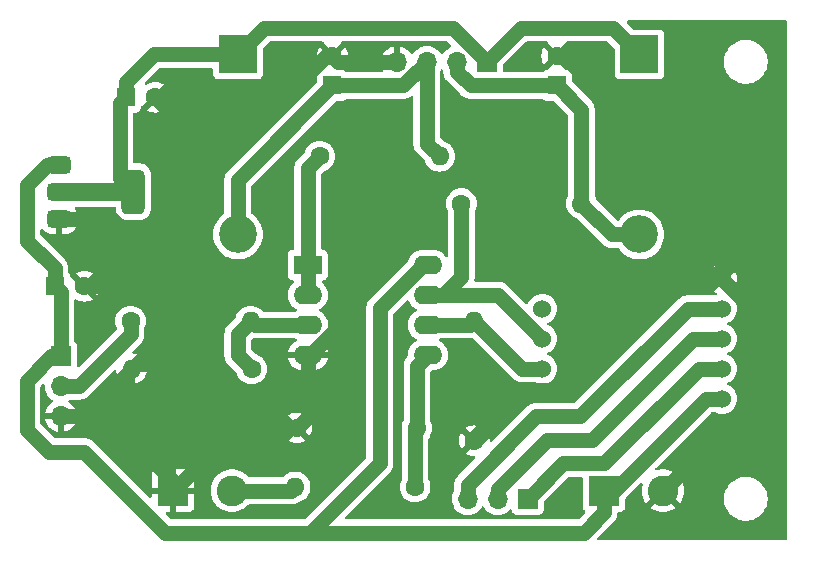
<source format=gbr>
%TF.GenerationSoftware,KiCad,Pcbnew,8.0.5*%
%TF.CreationDate,2024-10-02T01:02:07-03:00*%
%TF.ProjectId,monitor_solar_v2,6d6f6e69-746f-4725-9f73-6f6c61725f76,rev?*%
%TF.SameCoordinates,Original*%
%TF.FileFunction,Copper,L2,Bot*%
%TF.FilePolarity,Positive*%
%FSLAX46Y46*%
G04 Gerber Fmt 4.6, Leading zero omitted, Abs format (unit mm)*
G04 Created by KiCad (PCBNEW 8.0.5) date 2024-10-02 01:02:07*
%MOMM*%
%LPD*%
G01*
G04 APERTURE LIST*
G04 Aperture macros list*
%AMRoundRect*
0 Rectangle with rounded corners*
0 $1 Rounding radius*
0 $2 $3 $4 $5 $6 $7 $8 $9 X,Y pos of 4 corners*
0 Add a 4 corners polygon primitive as box body*
4,1,4,$2,$3,$4,$5,$6,$7,$8,$9,$2,$3,0*
0 Add four circle primitives for the rounded corners*
1,1,$1+$1,$2,$3*
1,1,$1+$1,$4,$5*
1,1,$1+$1,$6,$7*
1,1,$1+$1,$8,$9*
0 Add four rect primitives between the rounded corners*
20,1,$1+$1,$2,$3,$4,$5,0*
20,1,$1+$1,$4,$5,$6,$7,0*
20,1,$1+$1,$6,$7,$8,$9,0*
20,1,$1+$1,$8,$9,$2,$3,0*%
G04 Aperture macros list end*
%TA.AperFunction,ComponentPad*%
%ADD10R,2.400000X1.600000*%
%TD*%
%TA.AperFunction,ComponentPad*%
%ADD11O,2.400000X1.600000*%
%TD*%
%TA.AperFunction,ComponentPad*%
%ADD12R,1.600000X1.600000*%
%TD*%
%TA.AperFunction,ComponentPad*%
%ADD13C,1.600000*%
%TD*%
%TA.AperFunction,ComponentPad*%
%ADD14R,2.600000X2.600000*%
%TD*%
%TA.AperFunction,ComponentPad*%
%ADD15C,2.600000*%
%TD*%
%TA.AperFunction,ComponentPad*%
%ADD16O,1.600000X1.600000*%
%TD*%
%TA.AperFunction,ComponentPad*%
%ADD17R,1.700000X1.700000*%
%TD*%
%TA.AperFunction,ComponentPad*%
%ADD18O,1.700000X1.700000*%
%TD*%
%TA.AperFunction,ComponentPad*%
%ADD19C,1.524000*%
%TD*%
%TA.AperFunction,ComponentPad*%
%ADD20R,3.200000X3.200000*%
%TD*%
%TA.AperFunction,ComponentPad*%
%ADD21O,3.200000X3.200000*%
%TD*%
%TA.AperFunction,SMDPad,CuDef*%
%ADD22RoundRect,0.375000X-0.625000X-0.375000X0.625000X-0.375000X0.625000X0.375000X-0.625000X0.375000X0*%
%TD*%
%TA.AperFunction,SMDPad,CuDef*%
%ADD23RoundRect,0.500000X-0.500000X-1.400000X0.500000X-1.400000X0.500000X1.400000X-0.500000X1.400000X0*%
%TD*%
%TA.AperFunction,Conductor*%
%ADD24C,1.270000*%
%TD*%
%TA.AperFunction,Conductor*%
%ADD25C,1.524000*%
%TD*%
G04 APERTURE END LIST*
D10*
%TO.P,U4,1*%
%TO.N,Vamp1*%
X44925000Y-41200000D03*
D11*
%TO.P,U4,2,-*%
X44925000Y-43740000D03*
%TO.P,U4,3,+*%
%TO.N,Net-(U4A-+)*%
X44925000Y-46280000D03*
%TO.P,U4,4,V-*%
%TO.N,GND*%
X44925000Y-48820000D03*
%TO.P,U4,5,+*%
%TO.N,Net-(U4B-+)*%
X55085000Y-48820000D03*
%TO.P,U4,6,-*%
%TO.N,Pot-*%
X55085000Y-46280000D03*
%TO.P,U4,7*%
%TO.N,Pot+*%
X55085000Y-43740000D03*
%TO.P,U4,8,V+*%
%TO.N,+5V*%
X55085000Y-41200000D03*
%TD*%
D12*
%TO.P,C4,1*%
%TO.N,+5V*%
X23500000Y-43000000D03*
D13*
%TO.P,C4,2*%
%TO.N,GND*%
X26000000Y-43000000D03*
%TD*%
D14*
%TO.P,J1,1,Pin_1*%
%TO.N,GND*%
X33500000Y-60305000D03*
D15*
%TO.P,J1,2,Pin_2*%
%TO.N,Vpanel*%
X38500000Y-60305000D03*
%TD*%
D12*
%TO.P,C5,1*%
%TO.N,+3.3V*%
X29500000Y-27000000D03*
D13*
%TO.P,C5,2*%
%TO.N,GND*%
X32000000Y-27000000D03*
%TD*%
%TO.P,R3,1*%
%TO.N,Pot+*%
X57920000Y-36000000D03*
D16*
%TO.P,R3,2*%
%TO.N,Net-(D1-A)*%
X68080000Y-36000000D03*
%TD*%
D12*
%TO.P,C2,1*%
%TO.N,Net-(D2-A)*%
X47000000Y-26000000D03*
D13*
%TO.P,C2,2*%
%TO.N,GND*%
X47000000Y-23500000D03*
%TD*%
D17*
%TO.P,J2,1,Pin_1*%
%TO.N,+5V*%
X24000000Y-48920000D03*
D18*
%TO.P,J2,2,Pin_2*%
%TO.N,Vcurrent*%
X24000000Y-51460000D03*
%TO.P,J2,3,Pin_3*%
%TO.N,GND*%
X24000000Y-54000000D03*
%TD*%
D13*
%TO.P,R10,1*%
%TO.N,GND*%
X44000000Y-55000000D03*
D16*
%TO.P,R10,2*%
%TO.N,Net-(U4B-+)*%
X54160000Y-55000000D03*
%TD*%
D17*
%TO.P,J4,1,Pin_1*%
%TO.N,+3.3V*%
X60080000Y-24000000D03*
D18*
%TO.P,J4,2,Pin_2*%
%TO.N,Net-(D1-A)*%
X57540000Y-24000000D03*
%TO.P,J4,3,Pin_3*%
%TO.N,Net-(D2-A)*%
X55000000Y-24000000D03*
%TO.P,J4,4,Pin_4*%
%TO.N,GND*%
X52460000Y-24000000D03*
%TD*%
D13*
%TO.P,R9,1*%
%TO.N,GND*%
X59000000Y-56080000D03*
D16*
%TO.P,R9,2*%
%TO.N,Pot-*%
X59000000Y-45920000D03*
%TD*%
D13*
%TO.P,R2,1*%
%TO.N,Net-(U4A-+)*%
X40160000Y-50000000D03*
D16*
%TO.P,R2,2*%
%TO.N,GND*%
X30000000Y-50000000D03*
%TD*%
D17*
%TO.P,J5,1,Pin_1*%
%TO.N,POT_CS*%
X63540000Y-61000000D03*
D18*
%TO.P,J5,2,Pin_2*%
%TO.N,STEP*%
X61000000Y-61000000D03*
%TO.P,J5,3,Pin_3*%
%TO.N,DIR*%
X58460000Y-61000000D03*
%TD*%
D13*
%TO.P,R1,1*%
%TO.N,Vcurrent*%
X29920000Y-45950000D03*
D16*
%TO.P,R1,2*%
%TO.N,Net-(U4A-+)*%
X40080000Y-45950000D03*
%TD*%
D19*
%TO.P,U1,1,\u002AINC*%
%TO.N,STEP*%
X80000000Y-47460000D03*
%TO.P,U1,2,U/\u002AD*%
%TO.N,DIR*%
X80000000Y-44920000D03*
%TO.P,U1,3,VH/RH*%
%TO.N,unconnected-(U1-VH{slash}RH-Pad3)*%
X64760000Y-44920000D03*
%TO.P,U1,4,VSS*%
%TO.N,GND*%
X80000000Y-42380000D03*
%TO.P,U1,5,VW/RW*%
%TO.N,Pot+*%
X64760000Y-47460000D03*
%TO.P,U1,6,VL/RL*%
%TO.N,Pot-*%
X64760000Y-50000000D03*
%TO.P,U1,7,\u002ACS*%
%TO.N,POT_CS*%
X80000000Y-50000000D03*
%TO.P,U1,8,VCC*%
%TO.N,+5V*%
X80000000Y-52540000D03*
%TD*%
D13*
%TO.P,R11,1*%
%TO.N,Net-(U4B-+)*%
X54000000Y-60000000D03*
D16*
%TO.P,R11,2*%
%TO.N,Vpanel*%
X43840000Y-60000000D03*
%TD*%
D20*
%TO.P,D2,1,K*%
%TO.N,+3.3V*%
X39000000Y-23380000D03*
D21*
%TO.P,D2,2,A*%
%TO.N,Net-(D2-A)*%
X39000000Y-38620000D03*
%TD*%
D12*
%TO.P,C1,1*%
%TO.N,Net-(D1-A)*%
X66000000Y-26000000D03*
D13*
%TO.P,C1,2*%
%TO.N,GND*%
X66000000Y-23500000D03*
%TD*%
%TO.P,R4,1*%
%TO.N,Vamp1*%
X45920000Y-32000000D03*
D16*
%TO.P,R4,2*%
%TO.N,Net-(D2-A)*%
X56080000Y-32000000D03*
%TD*%
D14*
%TO.P,J3,1,Pin_1*%
%TO.N,+5V*%
X70000000Y-60305000D03*
D15*
%TO.P,J3,2,Pin_2*%
%TO.N,GND*%
X75000000Y-60305000D03*
%TD*%
D20*
%TO.P,D1,1,K*%
%TO.N,+3.3V*%
X73000000Y-23380000D03*
D21*
%TO.P,D1,2,A*%
%TO.N,Net-(D1-A)*%
X73000000Y-38620000D03*
%TD*%
D22*
%TO.P,U2,1,GND*%
%TO.N,GND*%
X23850000Y-37300000D03*
%TO.P,U2,2,VO*%
%TO.N,+3.3V*%
X23850000Y-35000000D03*
D23*
X30150000Y-35000000D03*
D22*
%TO.P,U2,3,VI*%
%TO.N,+5V*%
X23850000Y-32700000D03*
%TD*%
D24*
%TO.N,GND*%
X75000000Y-60305000D02*
X83000000Y-52305000D01*
X67131370Y-23500000D02*
X80000000Y-36368630D01*
X26000000Y-54000000D02*
X30000000Y-50000000D01*
D25*
X71000000Y-43000000D02*
X69000000Y-41000000D01*
D24*
X28300000Y-37300000D02*
X34000000Y-43000000D01*
X52460000Y-24000000D02*
X47500000Y-24000000D01*
X80000000Y-42380000D02*
X70380000Y-42380000D01*
X34000000Y-43000000D02*
X34000000Y-29000000D01*
X48000000Y-45917239D02*
X45097239Y-48820000D01*
D25*
X59000000Y-56080000D02*
X63080000Y-52000000D01*
D24*
X83000000Y-52305000D02*
X83000000Y-45380000D01*
X47000000Y-23500000D02*
X46500000Y-23500000D01*
X80000000Y-36368630D02*
X80000000Y-42380000D01*
X33500000Y-59500000D02*
X33500000Y-60305000D01*
X28000000Y-54000000D02*
X33500000Y-59500000D01*
D25*
X63080000Y-52000000D02*
X67000000Y-52000000D01*
D24*
X31555000Y-48445000D02*
X30000000Y-50000000D01*
X30000000Y-50000000D02*
X34000000Y-46000000D01*
D25*
X72000000Y-44000000D02*
X71000000Y-43000000D01*
D24*
X26000000Y-43000000D02*
X34000000Y-43000000D01*
X46500000Y-23500000D02*
X43000000Y-27000000D01*
X66000000Y-23500000D02*
X67131370Y-23500000D01*
D25*
X72000000Y-47000000D02*
X72000000Y-44000000D01*
D24*
X34000000Y-46000000D02*
X34000000Y-43000000D01*
D25*
X71000000Y-43000000D02*
X62000000Y-34000000D01*
D24*
X38805000Y-55000000D02*
X33500000Y-60305000D01*
X23850000Y-37300000D02*
X28300000Y-37300000D01*
X47500000Y-24000000D02*
X47000000Y-23500000D01*
X34000000Y-29000000D02*
X32000000Y-27000000D01*
X45097239Y-48820000D02*
X44925000Y-48820000D01*
X83000000Y-45380000D02*
X80000000Y-42380000D01*
X24000000Y-54000000D02*
X26000000Y-54000000D01*
X24000000Y-54000000D02*
X28000000Y-54000000D01*
X48000000Y-37000000D02*
X48000000Y-45917239D01*
X70380000Y-42380000D02*
X69000000Y-41000000D01*
D25*
X69000000Y-41000000D02*
X62000000Y-34000000D01*
X67000000Y-52000000D02*
X72000000Y-47000000D01*
D24*
X44925000Y-54075000D02*
X44000000Y-55000000D01*
X43000000Y-27000000D02*
X32000000Y-27000000D01*
X62000000Y-34000000D02*
X51000000Y-34000000D01*
X51000000Y-34000000D02*
X48000000Y-37000000D01*
X44925000Y-48820000D02*
X44925000Y-54075000D01*
X44000000Y-55000000D02*
X38805000Y-55000000D01*
%TO.N,Net-(D1-A)*%
X68080000Y-28080000D02*
X66000000Y-26000000D01*
X57540000Y-24830000D02*
X58710000Y-26000000D01*
X58710000Y-26000000D02*
X66000000Y-26000000D01*
X70700000Y-38620000D02*
X68080000Y-36000000D01*
X57540000Y-24000000D02*
X57540000Y-24830000D01*
X68080000Y-36000000D02*
X68080000Y-28080000D01*
X73000000Y-38620000D02*
X70700000Y-38620000D01*
%TO.N,Net-(D2-A)*%
X55000000Y-30920000D02*
X56080000Y-32000000D01*
X55000000Y-24000000D02*
X53000000Y-26000000D01*
X39000000Y-34000000D02*
X47000000Y-26000000D01*
X39000000Y-38620000D02*
X39000000Y-34000000D01*
X55000000Y-24000000D02*
X55000000Y-30920000D01*
X53000000Y-26000000D02*
X47000000Y-26000000D01*
%TO.N,+5V*%
X54685000Y-41200000D02*
X55085000Y-41200000D01*
X43000000Y-63865000D02*
X68287500Y-63865000D01*
X24000000Y-48920000D02*
X23215000Y-48920000D01*
X45135000Y-63865000D02*
X51000000Y-58000000D01*
X68287500Y-63865000D02*
X70000000Y-62152500D01*
X43000000Y-63865000D02*
X45135000Y-63865000D01*
X23500000Y-41500000D02*
X21135000Y-39135000D01*
X21135000Y-51000000D02*
X21135000Y-55135000D01*
X24000000Y-43500000D02*
X23500000Y-43000000D01*
X23500000Y-43000000D02*
X23500000Y-41500000D01*
X32865000Y-63865000D02*
X43000000Y-63865000D01*
X70000000Y-62152500D02*
X70000000Y-60305000D01*
X23215000Y-48920000D02*
X21135000Y-51000000D01*
X26000000Y-57000000D02*
X32865000Y-63865000D01*
X24000000Y-48920000D02*
X24000000Y-43500000D01*
X23000000Y-57000000D02*
X26000000Y-57000000D01*
X22850000Y-32700000D02*
X23850000Y-32700000D01*
X21135000Y-34415000D02*
X22850000Y-32700000D01*
X51000000Y-58000000D02*
X51000000Y-44885000D01*
X70000000Y-60305000D02*
X70837827Y-60305000D01*
X51000000Y-44885000D02*
X54685000Y-41200000D01*
X21135000Y-39135000D02*
X21135000Y-34415000D01*
X70837827Y-60305000D02*
X78602827Y-52540000D01*
X21135000Y-55135000D02*
X23000000Y-57000000D01*
X78602827Y-52540000D02*
X80000000Y-52540000D01*
%TO.N,+3.3V*%
X30150000Y-35000000D02*
X29000000Y-33850000D01*
X29000000Y-27500000D02*
X29500000Y-27000000D01*
X60080000Y-24000000D02*
X62945000Y-21135000D01*
X39000000Y-23380000D02*
X31870000Y-23380000D01*
X70755000Y-21135000D02*
X73000000Y-23380000D01*
X60080000Y-24000000D02*
X57215000Y-21135000D01*
D25*
X23850000Y-35000000D02*
X30150000Y-35000000D01*
D24*
X29500000Y-25750000D02*
X29500000Y-27000000D01*
X41245000Y-21135000D02*
X39000000Y-23380000D01*
X62945000Y-21135000D02*
X70755000Y-21135000D01*
X29000000Y-33850000D02*
X29000000Y-27500000D01*
X31870000Y-23380000D02*
X29500000Y-25750000D01*
X57215000Y-21135000D02*
X41245000Y-21135000D01*
%TO.N,Vpanel*%
X43535000Y-60305000D02*
X43840000Y-60000000D01*
X38500000Y-60305000D02*
X43535000Y-60305000D01*
%TO.N,Vcurrent*%
X25540000Y-51460000D02*
X24000000Y-51460000D01*
X29920000Y-47080000D02*
X25540000Y-51460000D01*
X29920000Y-45950000D02*
X29920000Y-47080000D01*
%TO.N,POT_CS*%
X63540000Y-61000000D02*
X66540000Y-58000000D01*
X66540000Y-58000000D02*
X70000000Y-58000000D01*
X70000000Y-58000000D02*
X78000000Y-50000000D01*
X78000000Y-50000000D02*
X80000000Y-50000000D01*
%TO.N,STEP*%
X77540000Y-47460000D02*
X80000000Y-47460000D01*
X61000000Y-61000000D02*
X61000000Y-60170000D01*
X65170000Y-56000000D02*
X69000000Y-56000000D01*
X69000000Y-56000000D02*
X77540000Y-47460000D01*
X61000000Y-60170000D02*
X65170000Y-56000000D01*
%TO.N,DIR*%
X77080000Y-44920000D02*
X80000000Y-44920000D01*
X58460000Y-59797919D02*
X64257919Y-54000000D01*
X58460000Y-61000000D02*
X58460000Y-59797919D01*
X68000000Y-54000000D02*
X77080000Y-44920000D01*
X64257919Y-54000000D02*
X68000000Y-54000000D01*
%TO.N,Net-(U4A-+)*%
X39000000Y-48840000D02*
X40160000Y-50000000D01*
X40080000Y-45950000D02*
X39000000Y-47030000D01*
X39000000Y-47030000D02*
X39000000Y-48840000D01*
X44925000Y-46280000D02*
X40410000Y-46280000D01*
X40410000Y-46280000D02*
X40080000Y-45950000D01*
%TO.N,Pot+*%
X55085000Y-43740000D02*
X56372500Y-43740000D01*
X64760000Y-47460000D02*
X61040000Y-43740000D01*
X61040000Y-43740000D02*
X55085000Y-43740000D01*
X57920000Y-42192500D02*
X57920000Y-36000000D01*
X56372500Y-43740000D02*
X57920000Y-42192500D01*
%TO.N,Vamp1*%
X44925000Y-41200000D02*
X44925000Y-32995000D01*
X44925000Y-32995000D02*
X45920000Y-32000000D01*
X44925000Y-43740000D02*
X44925000Y-41200000D01*
%TO.N,Pot-*%
X58640000Y-46280000D02*
X59000000Y-45920000D01*
X63080000Y-50000000D02*
X59000000Y-45920000D01*
X64760000Y-50000000D02*
X63080000Y-50000000D01*
X55085000Y-46280000D02*
X58640000Y-46280000D01*
%TO.N,Net-(U4B-+)*%
X54160000Y-49745000D02*
X55085000Y-48820000D01*
X54000000Y-55160000D02*
X54160000Y-55000000D01*
X54000000Y-60000000D02*
X54000000Y-55160000D01*
X54160000Y-55000000D02*
X54160000Y-49745000D01*
%TD*%
%TA.AperFunction,Conductor*%
%TO.N,GND*%
G36*
X85442539Y-20520185D02*
G01*
X85488294Y-20572989D01*
X85499500Y-20624500D01*
X85499500Y-64375500D01*
X85479815Y-64442539D01*
X85427011Y-64488294D01*
X85375500Y-64499500D01*
X69558201Y-64499500D01*
X69491162Y-64479815D01*
X69445407Y-64427011D01*
X69435463Y-64357853D01*
X69464488Y-64294297D01*
X69470520Y-64287819D01*
X70866111Y-62892228D01*
X70964026Y-62757460D01*
X70971167Y-62747632D01*
X71052309Y-62588381D01*
X71057462Y-62572519D01*
X71067401Y-62541935D01*
X71083825Y-62491385D01*
X71107541Y-62418397D01*
X71127275Y-62293797D01*
X71135500Y-62241870D01*
X71135500Y-62229499D01*
X71155185Y-62162460D01*
X71207989Y-62116705D01*
X71259500Y-62105499D01*
X71347871Y-62105499D01*
X71347872Y-62105499D01*
X71407483Y-62099091D01*
X71542331Y-62048796D01*
X71657546Y-61962546D01*
X71743796Y-61847331D01*
X71794091Y-61712483D01*
X71800500Y-61652873D01*
X71800499Y-60999526D01*
X71820183Y-60932488D01*
X71836813Y-60911851D01*
X73059355Y-59689309D01*
X73120676Y-59655826D01*
X73190368Y-59660810D01*
X73246301Y-59702682D01*
X73270718Y-59768146D01*
X73267925Y-59804584D01*
X73215113Y-60035971D01*
X73215113Y-60035973D01*
X73194953Y-60304995D01*
X73194953Y-60305004D01*
X73215113Y-60574026D01*
X73215113Y-60574028D01*
X73275142Y-60837033D01*
X73275148Y-60837052D01*
X73373709Y-61088181D01*
X73373708Y-61088181D01*
X73508602Y-61321822D01*
X73562294Y-61389151D01*
X74398958Y-60552487D01*
X74423978Y-60612890D01*
X74495112Y-60719351D01*
X74585649Y-60809888D01*
X74692110Y-60881022D01*
X74752510Y-60906041D01*
X73914848Y-61743702D01*
X74097483Y-61868220D01*
X74097485Y-61868221D01*
X74340539Y-61985269D01*
X74340537Y-61985269D01*
X74598337Y-62064790D01*
X74598343Y-62064792D01*
X74865101Y-62104999D01*
X74865110Y-62105000D01*
X75134890Y-62105000D01*
X75134898Y-62104999D01*
X75401656Y-62064792D01*
X75401662Y-62064790D01*
X75659461Y-61985269D01*
X75902521Y-61868218D01*
X76085150Y-61743702D01*
X75247488Y-60906041D01*
X75307890Y-60881022D01*
X75414351Y-60809888D01*
X75504888Y-60719351D01*
X75576022Y-60612890D01*
X75601041Y-60552488D01*
X76437703Y-61389151D01*
X76437704Y-61389150D01*
X76491393Y-61321828D01*
X76491400Y-61321817D01*
X76626290Y-61088181D01*
X76708501Y-60878711D01*
X80149500Y-60878711D01*
X80149500Y-61121288D01*
X80181161Y-61361785D01*
X80243947Y-61596104D01*
X80336773Y-61820205D01*
X80336776Y-61820212D01*
X80458064Y-62030289D01*
X80458066Y-62030292D01*
X80458067Y-62030293D01*
X80605733Y-62222736D01*
X80605739Y-62222743D01*
X80777256Y-62394260D01*
X80777263Y-62394266D01*
X80890321Y-62481018D01*
X80969711Y-62541936D01*
X81179788Y-62663224D01*
X81403900Y-62756054D01*
X81638211Y-62818838D01*
X81818586Y-62842584D01*
X81878711Y-62850500D01*
X81878712Y-62850500D01*
X82121289Y-62850500D01*
X82169388Y-62844167D01*
X82361789Y-62818838D01*
X82596100Y-62756054D01*
X82820212Y-62663224D01*
X83030289Y-62541936D01*
X83222738Y-62394265D01*
X83394265Y-62222738D01*
X83541936Y-62030289D01*
X83663224Y-61820212D01*
X83756054Y-61596100D01*
X83818838Y-61361789D01*
X83850500Y-61121288D01*
X83850500Y-60878712D01*
X83845290Y-60839141D01*
X83839453Y-60794798D01*
X83818838Y-60638211D01*
X83756054Y-60403900D01*
X83663224Y-60179788D01*
X83541936Y-59969711D01*
X83415230Y-59804584D01*
X83394266Y-59777263D01*
X83394260Y-59777256D01*
X83222743Y-59605739D01*
X83222736Y-59605733D01*
X83030293Y-59458067D01*
X83030292Y-59458066D01*
X83030289Y-59458064D01*
X82838381Y-59347266D01*
X82820214Y-59336777D01*
X82820205Y-59336773D01*
X82596104Y-59243947D01*
X82361785Y-59181161D01*
X82121289Y-59149500D01*
X82121288Y-59149500D01*
X81878712Y-59149500D01*
X81878711Y-59149500D01*
X81638214Y-59181161D01*
X81403895Y-59243947D01*
X81179794Y-59336773D01*
X81179785Y-59336777D01*
X80969706Y-59458067D01*
X80777263Y-59605733D01*
X80777256Y-59605739D01*
X80605739Y-59777256D01*
X80605733Y-59777263D01*
X80458067Y-59969706D01*
X80336777Y-60179785D01*
X80336773Y-60179794D01*
X80243947Y-60403895D01*
X80181161Y-60638214D01*
X80149500Y-60878711D01*
X76708501Y-60878711D01*
X76724851Y-60837052D01*
X76724857Y-60837033D01*
X76784886Y-60574028D01*
X76784886Y-60574026D01*
X76805047Y-60305004D01*
X76805047Y-60304995D01*
X76784886Y-60035973D01*
X76784886Y-60035971D01*
X76724857Y-59772966D01*
X76724851Y-59772947D01*
X76626290Y-59521818D01*
X76626291Y-59521818D01*
X76491397Y-59288177D01*
X76437704Y-59220847D01*
X75601041Y-60057510D01*
X75576022Y-59997110D01*
X75504888Y-59890649D01*
X75414351Y-59800112D01*
X75307890Y-59728978D01*
X75247488Y-59703958D01*
X76085150Y-58866296D01*
X75902517Y-58741779D01*
X75902516Y-58741778D01*
X75659460Y-58624730D01*
X75659462Y-58624730D01*
X75401662Y-58545209D01*
X75401656Y-58545207D01*
X75134898Y-58505000D01*
X74865101Y-58505000D01*
X74598343Y-58545207D01*
X74598333Y-58545210D01*
X74505097Y-58573969D01*
X74435234Y-58574919D01*
X74375947Y-58537947D01*
X74346061Y-58474792D01*
X74355064Y-58405504D01*
X74380863Y-58367802D01*
X79036848Y-53711819D01*
X79098171Y-53678334D01*
X79124529Y-53675500D01*
X79420267Y-53675500D01*
X79472671Y-53687118D01*
X79566543Y-53730891D01*
X79566545Y-53730891D01*
X79566550Y-53730894D01*
X79779932Y-53788070D01*
X79937123Y-53801822D01*
X79999998Y-53807323D01*
X80000000Y-53807323D01*
X80000002Y-53807323D01*
X80055017Y-53802509D01*
X80220068Y-53788070D01*
X80433450Y-53730894D01*
X80633662Y-53637534D01*
X80814620Y-53510826D01*
X80970826Y-53354620D01*
X81097534Y-53173662D01*
X81190894Y-52973450D01*
X81248070Y-52760068D01*
X81267323Y-52540000D01*
X81266085Y-52525854D01*
X81257802Y-52431168D01*
X81248070Y-52319932D01*
X81190894Y-52106550D01*
X81097534Y-51906339D01*
X80970826Y-51725380D01*
X80814620Y-51569174D01*
X80814616Y-51569171D01*
X80814615Y-51569170D01*
X80633666Y-51442468D01*
X80633658Y-51442464D01*
X80504811Y-51382382D01*
X80452371Y-51336210D01*
X80433219Y-51269017D01*
X80453435Y-51202135D01*
X80504811Y-51157618D01*
X80527328Y-51147118D01*
X80633662Y-51097534D01*
X80814620Y-50970826D01*
X80970826Y-50814620D01*
X81097534Y-50633662D01*
X81190894Y-50433450D01*
X81248070Y-50220068D01*
X81267323Y-50000000D01*
X81248070Y-49779932D01*
X81190894Y-49566550D01*
X81097534Y-49366339D01*
X80995067Y-49220000D01*
X80970827Y-49185381D01*
X80909859Y-49124413D01*
X80814620Y-49029174D01*
X80814616Y-49029171D01*
X80814615Y-49029170D01*
X80633666Y-48902468D01*
X80633658Y-48902464D01*
X80504811Y-48842382D01*
X80452371Y-48796210D01*
X80433219Y-48729017D01*
X80453435Y-48662135D01*
X80504811Y-48617618D01*
X80527328Y-48607118D01*
X80633662Y-48557534D01*
X80814620Y-48430826D01*
X80970826Y-48274620D01*
X81097534Y-48093662D01*
X81190894Y-47893450D01*
X81248070Y-47680068D01*
X81265117Y-47485220D01*
X81267323Y-47460002D01*
X81267323Y-47459997D01*
X81257341Y-47345898D01*
X81248070Y-47239932D01*
X81190894Y-47026550D01*
X81097534Y-46826339D01*
X81034180Y-46735859D01*
X80970827Y-46645381D01*
X80909980Y-46584534D01*
X80814620Y-46489174D01*
X80814616Y-46489171D01*
X80814615Y-46489170D01*
X80633666Y-46362468D01*
X80633658Y-46362464D01*
X80504811Y-46302382D01*
X80452371Y-46256210D01*
X80433219Y-46189017D01*
X80453435Y-46122135D01*
X80504811Y-46077618D01*
X80527328Y-46067118D01*
X80633662Y-46017534D01*
X80814620Y-45890826D01*
X80970826Y-45734620D01*
X81097534Y-45553662D01*
X81190894Y-45353450D01*
X81248070Y-45140068D01*
X81262509Y-44975017D01*
X81267323Y-44920002D01*
X81267323Y-44919997D01*
X81250873Y-44731971D01*
X81248070Y-44699932D01*
X81190894Y-44486550D01*
X81097534Y-44286339D01*
X81023252Y-44180253D01*
X80970827Y-44105381D01*
X80907774Y-44042328D01*
X80814620Y-43949174D01*
X80814616Y-43949171D01*
X80814615Y-43949170D01*
X80633666Y-43822468D01*
X80633662Y-43822466D01*
X80504218Y-43762105D01*
X80451779Y-43715932D01*
X80432627Y-43648739D01*
X80452843Y-43581858D01*
X80504219Y-43537340D01*
X80633416Y-43477095D01*
X80633417Y-43477094D01*
X80698188Y-43431741D01*
X80027448Y-42761000D01*
X80050160Y-42761000D01*
X80147061Y-42735036D01*
X80233940Y-42684876D01*
X80304876Y-42613940D01*
X80355036Y-42527061D01*
X80381000Y-42430160D01*
X80381000Y-42407447D01*
X81051741Y-43078188D01*
X81097094Y-43013417D01*
X81097100Y-43013407D01*
X81190419Y-42813284D01*
X81190424Y-42813270D01*
X81247573Y-42599986D01*
X81247575Y-42599976D01*
X81266821Y-42380000D01*
X81266821Y-42379999D01*
X81247575Y-42160023D01*
X81247573Y-42160013D01*
X81190424Y-41946729D01*
X81190420Y-41946720D01*
X81097096Y-41746586D01*
X81051741Y-41681811D01*
X81051740Y-41681810D01*
X80381000Y-42352551D01*
X80381000Y-42329840D01*
X80355036Y-42232939D01*
X80304876Y-42146060D01*
X80233940Y-42075124D01*
X80147061Y-42024964D01*
X80050160Y-41999000D01*
X80027448Y-41999000D01*
X80698188Y-41328259D01*
X80698187Y-41328258D01*
X80633411Y-41282901D01*
X80633405Y-41282898D01*
X80433284Y-41189580D01*
X80433270Y-41189575D01*
X80219986Y-41132426D01*
X80219976Y-41132424D01*
X80000001Y-41113179D01*
X79999999Y-41113179D01*
X79780023Y-41132424D01*
X79780013Y-41132426D01*
X79566729Y-41189575D01*
X79566720Y-41189579D01*
X79366590Y-41282901D01*
X79301811Y-41328258D01*
X79972553Y-41999000D01*
X79949840Y-41999000D01*
X79852939Y-42024964D01*
X79766060Y-42075124D01*
X79695124Y-42146060D01*
X79644964Y-42232939D01*
X79619000Y-42329840D01*
X79619000Y-42352553D01*
X78948258Y-41681811D01*
X78902901Y-41746590D01*
X78809579Y-41946720D01*
X78809575Y-41946729D01*
X78752426Y-42160013D01*
X78752424Y-42160023D01*
X78733179Y-42379999D01*
X78733179Y-42380000D01*
X78752424Y-42599976D01*
X78752426Y-42599986D01*
X78809575Y-42813270D01*
X78809580Y-42813284D01*
X78902898Y-43013405D01*
X78902901Y-43013411D01*
X78948258Y-43078187D01*
X78948259Y-43078188D01*
X79619000Y-42407447D01*
X79619000Y-42430160D01*
X79644964Y-42527061D01*
X79695124Y-42613940D01*
X79766060Y-42684876D01*
X79852939Y-42735036D01*
X79949840Y-42761000D01*
X79972553Y-42761000D01*
X79301810Y-43431740D01*
X79366590Y-43477099D01*
X79366592Y-43477100D01*
X79495780Y-43537341D01*
X79548220Y-43583513D01*
X79567372Y-43650706D01*
X79547157Y-43717587D01*
X79495785Y-43762103D01*
X79472676Y-43772880D01*
X79420267Y-43784500D01*
X76990630Y-43784500D01*
X76814108Y-43812458D01*
X76814106Y-43812458D01*
X76814103Y-43812459D01*
X76729111Y-43840075D01*
X76644114Y-43867692D01*
X76484867Y-43948833D01*
X76402369Y-44008771D01*
X76340271Y-44053889D01*
X76340269Y-44053891D01*
X76340268Y-44053891D01*
X67565980Y-52828181D01*
X67504657Y-52861666D01*
X67478299Y-52864500D01*
X64168549Y-52864500D01*
X63992024Y-52892458D01*
X63863724Y-52934146D01*
X63863723Y-52934145D01*
X63822037Y-52947690D01*
X63662786Y-53028833D01*
X63562188Y-53101923D01*
X63518191Y-53133888D01*
X63518188Y-53133891D01*
X60514488Y-56137590D01*
X60453165Y-56171075D01*
X60383473Y-56166091D01*
X60327540Y-56124219D01*
X60303279Y-56060716D01*
X60285141Y-55853400D01*
X60285139Y-55853389D01*
X60226269Y-55633682D01*
X60226264Y-55633668D01*
X60130136Y-55427521D01*
X60130132Y-55427513D01*
X60079025Y-55354526D01*
X59400000Y-56033552D01*
X59400000Y-56027339D01*
X59372741Y-55925606D01*
X59320080Y-55834394D01*
X59245606Y-55759920D01*
X59154394Y-55707259D01*
X59052661Y-55680000D01*
X59046448Y-55680000D01*
X59725472Y-55000974D01*
X59652478Y-54949863D01*
X59446331Y-54853735D01*
X59446317Y-54853730D01*
X59226610Y-54794860D01*
X59226599Y-54794858D01*
X59000002Y-54775034D01*
X58999998Y-54775034D01*
X58773400Y-54794858D01*
X58773389Y-54794860D01*
X58553682Y-54853730D01*
X58553673Y-54853734D01*
X58347516Y-54949866D01*
X58347512Y-54949868D01*
X58274526Y-55000973D01*
X58274526Y-55000974D01*
X58953553Y-55680000D01*
X58947339Y-55680000D01*
X58845606Y-55707259D01*
X58754394Y-55759920D01*
X58679920Y-55834394D01*
X58627259Y-55925606D01*
X58600000Y-56027339D01*
X58600000Y-56033552D01*
X57920974Y-55354526D01*
X57920973Y-55354526D01*
X57869868Y-55427512D01*
X57869866Y-55427516D01*
X57773734Y-55633673D01*
X57773730Y-55633682D01*
X57714860Y-55853389D01*
X57714858Y-55853400D01*
X57695034Y-56079997D01*
X57695034Y-56080002D01*
X57714858Y-56306599D01*
X57714860Y-56306610D01*
X57773730Y-56526317D01*
X57773735Y-56526331D01*
X57869863Y-56732478D01*
X57920974Y-56805472D01*
X58600000Y-56126446D01*
X58600000Y-56132661D01*
X58627259Y-56234394D01*
X58679920Y-56325606D01*
X58754394Y-56400080D01*
X58845606Y-56452741D01*
X58947339Y-56480000D01*
X58953553Y-56480000D01*
X58274526Y-57159025D01*
X58347513Y-57210132D01*
X58347521Y-57210136D01*
X58553668Y-57306264D01*
X58553682Y-57306269D01*
X58773389Y-57365139D01*
X58773400Y-57365141D01*
X58980717Y-57383279D01*
X59045786Y-57408731D01*
X59086765Y-57465322D01*
X59090643Y-57535084D01*
X59057591Y-57594488D01*
X57720272Y-58931808D01*
X57593891Y-59058188D01*
X57593890Y-59058189D01*
X57488833Y-59202786D01*
X57407243Y-59362916D01*
X57406184Y-59366673D01*
X57352458Y-59532024D01*
X57352457Y-59532026D01*
X57334670Y-59644340D01*
X57334670Y-59644342D01*
X57324500Y-59708548D01*
X57324500Y-60228040D01*
X57304815Y-60295079D01*
X57302076Y-60299162D01*
X57285963Y-60322174D01*
X57186098Y-60536335D01*
X57186094Y-60536344D01*
X57124938Y-60764586D01*
X57124936Y-60764596D01*
X57104341Y-60999999D01*
X57104341Y-61000000D01*
X57124936Y-61235403D01*
X57124938Y-61235413D01*
X57186094Y-61463655D01*
X57186096Y-61463659D01*
X57186097Y-61463663D01*
X57266004Y-61635023D01*
X57285965Y-61677830D01*
X57285967Y-61677834D01*
X57332089Y-61743702D01*
X57421505Y-61871401D01*
X57588599Y-62038495D01*
X57674432Y-62098596D01*
X57782165Y-62174032D01*
X57782167Y-62174033D01*
X57782170Y-62174035D01*
X57996337Y-62273903D01*
X58224592Y-62335063D01*
X58401034Y-62350500D01*
X58459999Y-62355659D01*
X58460000Y-62355659D01*
X58460001Y-62355659D01*
X58518966Y-62350500D01*
X58695408Y-62335063D01*
X58923663Y-62273903D01*
X59137830Y-62174035D01*
X59331401Y-62038495D01*
X59498495Y-61871401D01*
X59628425Y-61685842D01*
X59683002Y-61642217D01*
X59752500Y-61635023D01*
X59814855Y-61666546D01*
X59831575Y-61685842D01*
X59961500Y-61871395D01*
X59961505Y-61871401D01*
X60128599Y-62038495D01*
X60214432Y-62098596D01*
X60322165Y-62174032D01*
X60322167Y-62174033D01*
X60322170Y-62174035D01*
X60536337Y-62273903D01*
X60764592Y-62335063D01*
X60941034Y-62350500D01*
X60999999Y-62355659D01*
X61000000Y-62355659D01*
X61000001Y-62355659D01*
X61058966Y-62350500D01*
X61235408Y-62335063D01*
X61463663Y-62273903D01*
X61677830Y-62174035D01*
X61871401Y-62038495D01*
X61993329Y-61916566D01*
X62054648Y-61883084D01*
X62124340Y-61888068D01*
X62180274Y-61929939D01*
X62197189Y-61960917D01*
X62246202Y-62092328D01*
X62246206Y-62092335D01*
X62332452Y-62207544D01*
X62332455Y-62207547D01*
X62447664Y-62293793D01*
X62447671Y-62293797D01*
X62582517Y-62344091D01*
X62582516Y-62344091D01*
X62589444Y-62344835D01*
X62642127Y-62350500D01*
X64437872Y-62350499D01*
X64497483Y-62344091D01*
X64632331Y-62293796D01*
X64747546Y-62207546D01*
X64833796Y-62092331D01*
X64884091Y-61957483D01*
X64890500Y-61897873D01*
X64890499Y-61306699D01*
X64910183Y-61239661D01*
X64926813Y-61219024D01*
X66974020Y-59171819D01*
X67035343Y-59138334D01*
X67061701Y-59135500D01*
X68075500Y-59135500D01*
X68142539Y-59155185D01*
X68188294Y-59207989D01*
X68199500Y-59259500D01*
X68199500Y-61652870D01*
X68199501Y-61652876D01*
X68205908Y-61712483D01*
X68256202Y-61847328D01*
X68256206Y-61847335D01*
X68342452Y-61962544D01*
X68342453Y-61962545D01*
X68342454Y-61962546D01*
X68366096Y-61980244D01*
X68407968Y-62036177D01*
X68412952Y-62105869D01*
X68379468Y-62167192D01*
X68379467Y-62167192D01*
X67853480Y-62693181D01*
X67792157Y-62726666D01*
X67765799Y-62729500D01*
X48175701Y-62729500D01*
X48108662Y-62709815D01*
X48062907Y-62657011D01*
X48052963Y-62587853D01*
X48081988Y-62524297D01*
X48088020Y-62517819D01*
X49967628Y-60638211D01*
X51866111Y-58739728D01*
X51901965Y-58690379D01*
X51901965Y-58690378D01*
X51901967Y-58690377D01*
X51949662Y-58624730D01*
X51971167Y-58595132D01*
X52050102Y-58440212D01*
X52052008Y-58436808D01*
X52062180Y-58405504D01*
X52107541Y-58265897D01*
X52125076Y-58155185D01*
X52135500Y-58089370D01*
X52135500Y-45406700D01*
X52155185Y-45339661D01*
X52171814Y-45319024D01*
X53282085Y-44208752D01*
X53343406Y-44175269D01*
X53413098Y-44180253D01*
X53469031Y-44222125D01*
X53480249Y-44240140D01*
X53572715Y-44421613D01*
X53693028Y-44587213D01*
X53837786Y-44731971D01*
X53992749Y-44844556D01*
X54003390Y-44852287D01*
X54087582Y-44895185D01*
X54096080Y-44899515D01*
X54146876Y-44947490D01*
X54163671Y-45015311D01*
X54141134Y-45081446D01*
X54096080Y-45120485D01*
X54003386Y-45167715D01*
X53837786Y-45288028D01*
X53693028Y-45432786D01*
X53572715Y-45598386D01*
X53479781Y-45780776D01*
X53416522Y-45975465D01*
X53384500Y-46177648D01*
X53384500Y-46382351D01*
X53416522Y-46584534D01*
X53479781Y-46779223D01*
X53572715Y-46961613D01*
X53693028Y-47127213D01*
X53837786Y-47271971D01*
X53992749Y-47384556D01*
X54003390Y-47392287D01*
X54075475Y-47429016D01*
X54096080Y-47439515D01*
X54146876Y-47487490D01*
X54163671Y-47555311D01*
X54141134Y-47621446D01*
X54096080Y-47660485D01*
X54003386Y-47707715D01*
X53837786Y-47828028D01*
X53693028Y-47972786D01*
X53572715Y-48138386D01*
X53479781Y-48320776D01*
X53416522Y-48515465D01*
X53384500Y-48717648D01*
X53384500Y-48863299D01*
X53364815Y-48930338D01*
X53348181Y-48950980D01*
X53293891Y-49005269D01*
X53293890Y-49005270D01*
X53188833Y-49149867D01*
X53107690Y-49309118D01*
X53095295Y-49347264D01*
X53095296Y-49347265D01*
X53052458Y-49479105D01*
X53024500Y-49655629D01*
X53024500Y-54330351D01*
X53012882Y-54382756D01*
X52933262Y-54553502D01*
X52933258Y-54553511D01*
X52874366Y-54773302D01*
X52874364Y-54773313D01*
X52854532Y-54999998D01*
X52854532Y-55000000D01*
X52864028Y-55108538D01*
X52864500Y-55119346D01*
X52864500Y-59330351D01*
X52852882Y-59382756D01*
X52773262Y-59553502D01*
X52773258Y-59553511D01*
X52714366Y-59773302D01*
X52714364Y-59773313D01*
X52694532Y-59999998D01*
X52694532Y-60000001D01*
X52714364Y-60226686D01*
X52714366Y-60226697D01*
X52773258Y-60446488D01*
X52773261Y-60446497D01*
X52869431Y-60652732D01*
X52869432Y-60652734D01*
X52999954Y-60839141D01*
X53160858Y-61000045D01*
X53160861Y-61000047D01*
X53347266Y-61130568D01*
X53553504Y-61226739D01*
X53553509Y-61226740D01*
X53553511Y-61226741D01*
X53585857Y-61235408D01*
X53773308Y-61285635D01*
X53935230Y-61299801D01*
X53999998Y-61305468D01*
X54000000Y-61305468D01*
X54000002Y-61305468D01*
X54056673Y-61300509D01*
X54226692Y-61285635D01*
X54446496Y-61226739D01*
X54652734Y-61130568D01*
X54839139Y-61000047D01*
X55000047Y-60839139D01*
X55130568Y-60652734D01*
X55226739Y-60446496D01*
X55285635Y-60226692D01*
X55305468Y-60000000D01*
X55285635Y-59773308D01*
X55226739Y-59553504D01*
X55147118Y-59382756D01*
X55135500Y-59330351D01*
X55135500Y-55913293D01*
X55155185Y-55846254D01*
X55157925Y-55842170D01*
X55238954Y-55726447D01*
X55290568Y-55652734D01*
X55386739Y-55446496D01*
X55445635Y-55226692D01*
X55465468Y-55000000D01*
X55445635Y-54773308D01*
X55386739Y-54553504D01*
X55307118Y-54382756D01*
X55295500Y-54330351D01*
X55295500Y-50266701D01*
X55315185Y-50199662D01*
X55331819Y-50179020D01*
X55354020Y-50156819D01*
X55415343Y-50123334D01*
X55441701Y-50120500D01*
X55587351Y-50120500D01*
X55587352Y-50120500D01*
X55789534Y-50088477D01*
X55984219Y-50025220D01*
X56166610Y-49932287D01*
X56286091Y-49845480D01*
X56332213Y-49811971D01*
X56332215Y-49811968D01*
X56332219Y-49811966D01*
X56476966Y-49667219D01*
X56476968Y-49667215D01*
X56476971Y-49667213D01*
X56550103Y-49566554D01*
X56597287Y-49501610D01*
X56690220Y-49319219D01*
X56753477Y-49124534D01*
X56785500Y-48922352D01*
X56785500Y-48717648D01*
X56776969Y-48663789D01*
X56753477Y-48515465D01*
X56706102Y-48369661D01*
X56690220Y-48320781D01*
X56690218Y-48320778D01*
X56690218Y-48320776D01*
X56597419Y-48138650D01*
X56597287Y-48138390D01*
X56589556Y-48127749D01*
X56476971Y-47972786D01*
X56332213Y-47828028D01*
X56166613Y-47707715D01*
X56166612Y-47707714D01*
X56166610Y-47707713D01*
X56073920Y-47660485D01*
X56023124Y-47612510D01*
X56006329Y-47544689D01*
X56028866Y-47478554D01*
X56073919Y-47439516D01*
X56094526Y-47429016D01*
X56150822Y-47415500D01*
X58729364Y-47415500D01*
X58729366Y-47415500D01*
X58805342Y-47403466D01*
X58874633Y-47412420D01*
X58912418Y-47438257D01*
X62340271Y-50866111D01*
X62387604Y-50900500D01*
X62484868Y-50971167D01*
X62644119Y-51052309D01*
X62644121Y-51052310D01*
X62783311Y-51097535D01*
X62814103Y-51107540D01*
X62990634Y-51135500D01*
X64180267Y-51135500D01*
X64232671Y-51147118D01*
X64326543Y-51190891D01*
X64326545Y-51190891D01*
X64326550Y-51190894D01*
X64539932Y-51248070D01*
X64697123Y-51261822D01*
X64759998Y-51267323D01*
X64760000Y-51267323D01*
X64760002Y-51267323D01*
X64815017Y-51262509D01*
X64980068Y-51248070D01*
X65193450Y-51190894D01*
X65393662Y-51097534D01*
X65574620Y-50970826D01*
X65730826Y-50814620D01*
X65857534Y-50633662D01*
X65950894Y-50433450D01*
X66008070Y-50220068D01*
X66027323Y-50000000D01*
X66008070Y-49779932D01*
X65950894Y-49566550D01*
X65857534Y-49366339D01*
X65755067Y-49220000D01*
X65730827Y-49185381D01*
X65669859Y-49124413D01*
X65574620Y-49029174D01*
X65574616Y-49029171D01*
X65574615Y-49029170D01*
X65393666Y-48902468D01*
X65393658Y-48902464D01*
X65264811Y-48842382D01*
X65212371Y-48796210D01*
X65193219Y-48729017D01*
X65213435Y-48662135D01*
X65264811Y-48617618D01*
X65287328Y-48607118D01*
X65393662Y-48557534D01*
X65574620Y-48430826D01*
X65730826Y-48274620D01*
X65857534Y-48093662D01*
X65950894Y-47893450D01*
X66008070Y-47680068D01*
X66025117Y-47485220D01*
X66027323Y-47460002D01*
X66027323Y-47459997D01*
X66017341Y-47345898D01*
X66008070Y-47239932D01*
X65950894Y-47026550D01*
X65857534Y-46826339D01*
X65794180Y-46735859D01*
X65730827Y-46645381D01*
X65669980Y-46584534D01*
X65574620Y-46489174D01*
X65574616Y-46489171D01*
X65574615Y-46489170D01*
X65393666Y-46362468D01*
X65393662Y-46362466D01*
X65264810Y-46302381D01*
X65212371Y-46256208D01*
X65193219Y-46189015D01*
X65213435Y-46122134D01*
X65264806Y-46077620D01*
X65393662Y-46017534D01*
X65574620Y-45890826D01*
X65730826Y-45734620D01*
X65857534Y-45553662D01*
X65950894Y-45353450D01*
X66008070Y-45140068D01*
X66022509Y-44975017D01*
X66027323Y-44920002D01*
X66027323Y-44919997D01*
X66010873Y-44731971D01*
X66008070Y-44699932D01*
X65950894Y-44486550D01*
X65857534Y-44286339D01*
X65783252Y-44180253D01*
X65730827Y-44105381D01*
X65667774Y-44042328D01*
X65574620Y-43949174D01*
X65574616Y-43949171D01*
X65574615Y-43949170D01*
X65393666Y-43822468D01*
X65393662Y-43822466D01*
X65312243Y-43784500D01*
X65193450Y-43729106D01*
X65193447Y-43729105D01*
X65193445Y-43729104D01*
X64980070Y-43671930D01*
X64980062Y-43671929D01*
X64760002Y-43652677D01*
X64759998Y-43652677D01*
X64539937Y-43671929D01*
X64539929Y-43671930D01*
X64326554Y-43729104D01*
X64326548Y-43729107D01*
X64126340Y-43822465D01*
X64126338Y-43822466D01*
X63945377Y-43949175D01*
X63789175Y-44105377D01*
X63662466Y-44286338D01*
X63662465Y-44286340D01*
X63587749Y-44446570D01*
X63541577Y-44499009D01*
X63474383Y-44518161D01*
X63407502Y-44497945D01*
X63387686Y-44481846D01*
X61779730Y-42873891D01*
X61779729Y-42873890D01*
X61696312Y-42813284D01*
X61661006Y-42787632D01*
X61635132Y-42768833D01*
X61475881Y-42687691D01*
X61475875Y-42687688D01*
X61434194Y-42674146D01*
X61348946Y-42646447D01*
X61305897Y-42632459D01*
X61305895Y-42632458D01*
X61305894Y-42632458D01*
X61129370Y-42604500D01*
X61129366Y-42604500D01*
X59149585Y-42604500D01*
X59082546Y-42584815D01*
X59036791Y-42532011D01*
X59026847Y-42462853D01*
X59027112Y-42461102D01*
X59055500Y-42281865D01*
X59055500Y-36669647D01*
X59067118Y-36617242D01*
X59146739Y-36446496D01*
X59205635Y-36226692D01*
X59225468Y-36000000D01*
X59205635Y-35773308D01*
X59146739Y-35553504D01*
X59050568Y-35347266D01*
X58920047Y-35160861D01*
X58920045Y-35160858D01*
X58759141Y-34999954D01*
X58572734Y-34869432D01*
X58572732Y-34869431D01*
X58366497Y-34773261D01*
X58366488Y-34773258D01*
X58146697Y-34714366D01*
X58146693Y-34714365D01*
X58146692Y-34714365D01*
X58146691Y-34714364D01*
X58146686Y-34714364D01*
X57920002Y-34694532D01*
X57919998Y-34694532D01*
X57693313Y-34714364D01*
X57693302Y-34714366D01*
X57473511Y-34773258D01*
X57473502Y-34773261D01*
X57267267Y-34869431D01*
X57267265Y-34869432D01*
X57080858Y-34999954D01*
X56919954Y-35160858D01*
X56789432Y-35347265D01*
X56789431Y-35347267D01*
X56693261Y-35553502D01*
X56693258Y-35553511D01*
X56634366Y-35773302D01*
X56634364Y-35773313D01*
X56614532Y-35999998D01*
X56614532Y-36000001D01*
X56634364Y-36226686D01*
X56634366Y-36226697D01*
X56693258Y-36446488D01*
X56693261Y-36446497D01*
X56772882Y-36617242D01*
X56784500Y-36669647D01*
X56784500Y-40394432D01*
X56764815Y-40461471D01*
X56712011Y-40507226D01*
X56642853Y-40517170D01*
X56579297Y-40488145D01*
X56560182Y-40467317D01*
X56476971Y-40352787D01*
X56476967Y-40352782D01*
X56332213Y-40208028D01*
X56166613Y-40087715D01*
X56166612Y-40087714D01*
X56166610Y-40087713D01*
X56109653Y-40058691D01*
X55984223Y-39994781D01*
X55789534Y-39931522D01*
X55614995Y-39903878D01*
X55587352Y-39899500D01*
X54582648Y-39899500D01*
X54558329Y-39903351D01*
X54380465Y-39931522D01*
X54185776Y-39994781D01*
X54003386Y-40087715D01*
X53837786Y-40208028D01*
X53693028Y-40352786D01*
X53572715Y-40518386D01*
X53479781Y-40700777D01*
X53441522Y-40818525D01*
X53411272Y-40867887D01*
X50260272Y-44018889D01*
X50133891Y-44145269D01*
X50133890Y-44145270D01*
X50028833Y-44289867D01*
X49947243Y-44449997D01*
X49946184Y-44453754D01*
X49892459Y-44619101D01*
X49892457Y-44619110D01*
X49874584Y-44731965D01*
X49874584Y-44731967D01*
X49864500Y-44795629D01*
X49864500Y-57478299D01*
X49844815Y-57545338D01*
X49828181Y-57565980D01*
X44700980Y-62693181D01*
X44639657Y-62726666D01*
X44613299Y-62729500D01*
X33386702Y-62729500D01*
X33319663Y-62709815D01*
X33299021Y-62693181D01*
X32922521Y-62316681D01*
X32889036Y-62255358D01*
X32894020Y-62185666D01*
X32935892Y-62129733D01*
X33001356Y-62105316D01*
X33010202Y-62105000D01*
X33250000Y-62105000D01*
X33250000Y-60905001D01*
X33310402Y-60930021D01*
X33435981Y-60955000D01*
X33564019Y-60955000D01*
X33689598Y-60930021D01*
X33750000Y-60905001D01*
X33750000Y-62105000D01*
X34847828Y-62105000D01*
X34847844Y-62104999D01*
X34907372Y-62098598D01*
X34907379Y-62098596D01*
X35042086Y-62048354D01*
X35042093Y-62048350D01*
X35157187Y-61962190D01*
X35157190Y-61962187D01*
X35243350Y-61847093D01*
X35243354Y-61847086D01*
X35293596Y-61712379D01*
X35293598Y-61712372D01*
X35299999Y-61652844D01*
X35300000Y-61652827D01*
X35300000Y-60555000D01*
X34100001Y-60555000D01*
X34125021Y-60494598D01*
X34150000Y-60369019D01*
X34150000Y-60304995D01*
X36694451Y-60304995D01*
X36694451Y-60305004D01*
X36714616Y-60574101D01*
X36774664Y-60837188D01*
X36774666Y-60837195D01*
X36838580Y-61000045D01*
X36873257Y-61088398D01*
X37008185Y-61322102D01*
X37127751Y-61472032D01*
X37176442Y-61533089D01*
X37305543Y-61652876D01*
X37374259Y-61716635D01*
X37597226Y-61868651D01*
X37840359Y-61985738D01*
X38098228Y-62065280D01*
X38098229Y-62065280D01*
X38098232Y-62065281D01*
X38365063Y-62105499D01*
X38365068Y-62105499D01*
X38365071Y-62105500D01*
X38365072Y-62105500D01*
X38634928Y-62105500D01*
X38634929Y-62105500D01*
X38634936Y-62105499D01*
X38901767Y-62065281D01*
X38901768Y-62065280D01*
X38901772Y-62065280D01*
X39159641Y-61985738D01*
X39372805Y-61883084D01*
X39402767Y-61868655D01*
X39402767Y-61868654D01*
X39402775Y-61868651D01*
X39625741Y-61716635D01*
X39823561Y-61533085D01*
X39860163Y-61487186D01*
X39917352Y-61447047D01*
X39957110Y-61440500D01*
X43624370Y-61440500D01*
X43702824Y-61428073D01*
X43800897Y-61412541D01*
X43929193Y-61370853D01*
X43970881Y-61357309D01*
X44130132Y-61276167D01*
X44130148Y-61276155D01*
X44134283Y-61273622D01*
X44134810Y-61274483D01*
X44168751Y-61258287D01*
X44238269Y-61239661D01*
X44286486Y-61226742D01*
X44286489Y-61226740D01*
X44286496Y-61226739D01*
X44492734Y-61130568D01*
X44679139Y-61000047D01*
X44840047Y-60839139D01*
X44970568Y-60652734D01*
X45066739Y-60446496D01*
X45125635Y-60226692D01*
X45145468Y-60000000D01*
X45125635Y-59773308D01*
X45066739Y-59553504D01*
X44970568Y-59347266D01*
X44840047Y-59160861D01*
X44840045Y-59160858D01*
X44679141Y-58999954D01*
X44492734Y-58869432D01*
X44492732Y-58869431D01*
X44286497Y-58773261D01*
X44286488Y-58773258D01*
X44066697Y-58714366D01*
X44066693Y-58714365D01*
X44066692Y-58714365D01*
X44066691Y-58714364D01*
X44066686Y-58714364D01*
X43840002Y-58694532D01*
X43839998Y-58694532D01*
X43613313Y-58714364D01*
X43613302Y-58714366D01*
X43393511Y-58773258D01*
X43393502Y-58773261D01*
X43187267Y-58869431D01*
X43187265Y-58869432D01*
X43000858Y-58999954D01*
X42867632Y-59133181D01*
X42806309Y-59166666D01*
X42779951Y-59169500D01*
X39957110Y-59169500D01*
X39890071Y-59149815D01*
X39860163Y-59122813D01*
X39823557Y-59076910D01*
X39625741Y-58893365D01*
X39586038Y-58866296D01*
X39402775Y-58741349D01*
X39402769Y-58741346D01*
X39402768Y-58741345D01*
X39402767Y-58741344D01*
X39159643Y-58624263D01*
X39159645Y-58624263D01*
X38901773Y-58544720D01*
X38901767Y-58544718D01*
X38634936Y-58504500D01*
X38634929Y-58504500D01*
X38365071Y-58504500D01*
X38365063Y-58504500D01*
X38098232Y-58544718D01*
X38098226Y-58544720D01*
X37840358Y-58624262D01*
X37597230Y-58741346D01*
X37374258Y-58893365D01*
X37176442Y-59076910D01*
X37008185Y-59287898D01*
X36873258Y-59521599D01*
X36873256Y-59521603D01*
X36774666Y-59772804D01*
X36774664Y-59772811D01*
X36714616Y-60035898D01*
X36694451Y-60304995D01*
X34150000Y-60304995D01*
X34150000Y-60240981D01*
X34125021Y-60115402D01*
X34100001Y-60055000D01*
X35300000Y-60055000D01*
X35300000Y-58957172D01*
X35299999Y-58957155D01*
X35293598Y-58897627D01*
X35293596Y-58897620D01*
X35243354Y-58762913D01*
X35243350Y-58762906D01*
X35157190Y-58647812D01*
X35157187Y-58647809D01*
X35042093Y-58561649D01*
X35042086Y-58561645D01*
X34907379Y-58511403D01*
X34907372Y-58511401D01*
X34847844Y-58505000D01*
X33750000Y-58505000D01*
X33750000Y-59704998D01*
X33689598Y-59679979D01*
X33564019Y-59655000D01*
X33435981Y-59655000D01*
X33310402Y-59679979D01*
X33250000Y-59704998D01*
X33250000Y-58505000D01*
X32152155Y-58505000D01*
X32092627Y-58511401D01*
X32092620Y-58511403D01*
X31957913Y-58561645D01*
X31957906Y-58561649D01*
X31842812Y-58647809D01*
X31842809Y-58647812D01*
X31756649Y-58762906D01*
X31756645Y-58762913D01*
X31706403Y-58897620D01*
X31706401Y-58897627D01*
X31700000Y-58957155D01*
X31700000Y-60055000D01*
X32899999Y-60055000D01*
X32874979Y-60115402D01*
X32850000Y-60240981D01*
X32850000Y-60369019D01*
X32874979Y-60494598D01*
X32899999Y-60555000D01*
X31700000Y-60555000D01*
X31700000Y-60794798D01*
X31680315Y-60861837D01*
X31627511Y-60907592D01*
X31558353Y-60917536D01*
X31494797Y-60888511D01*
X31488319Y-60882479D01*
X26739730Y-56133891D01*
X26739729Y-56133890D01*
X26738037Y-56132661D01*
X26595132Y-56028833D01*
X26435881Y-55947691D01*
X26435875Y-55947688D01*
X26394194Y-55934146D01*
X26327453Y-55912460D01*
X26265897Y-55892459D01*
X26265895Y-55892458D01*
X26265894Y-55892458D01*
X26089370Y-55864500D01*
X26089366Y-55864500D01*
X23521702Y-55864500D01*
X23454663Y-55844815D01*
X23434021Y-55828181D01*
X22306819Y-54700979D01*
X22273334Y-54639656D01*
X22270500Y-54613298D01*
X22270500Y-51521701D01*
X22290185Y-51454662D01*
X22306813Y-51434025D01*
X22438293Y-51302545D01*
X22499612Y-51269063D01*
X22569304Y-51274047D01*
X22625238Y-51315918D01*
X22649655Y-51381382D01*
X22649499Y-51401035D01*
X22644341Y-51459996D01*
X22644341Y-51460000D01*
X22664936Y-51695403D01*
X22664938Y-51695413D01*
X22726094Y-51923655D01*
X22726096Y-51923659D01*
X22726097Y-51923663D01*
X22811378Y-52106548D01*
X22825965Y-52137830D01*
X22825967Y-52137834D01*
X22869306Y-52199728D01*
X22957799Y-52326109D01*
X22961501Y-52331395D01*
X22961506Y-52331402D01*
X23128597Y-52498493D01*
X23128603Y-52498498D01*
X23148327Y-52512309D01*
X23267136Y-52595500D01*
X23314594Y-52628730D01*
X23358219Y-52683307D01*
X23365413Y-52752805D01*
X23333890Y-52815160D01*
X23314595Y-52831880D01*
X23128922Y-52961890D01*
X23128920Y-52961891D01*
X22961891Y-53128920D01*
X22961886Y-53128926D01*
X22826400Y-53322420D01*
X22826399Y-53322422D01*
X22726570Y-53536507D01*
X22726567Y-53536513D01*
X22669364Y-53749999D01*
X22669364Y-53750000D01*
X23566988Y-53750000D01*
X23534075Y-53807007D01*
X23500000Y-53934174D01*
X23500000Y-54065826D01*
X23534075Y-54192993D01*
X23566988Y-54250000D01*
X22669364Y-54250000D01*
X22726567Y-54463486D01*
X22726570Y-54463492D01*
X22826399Y-54677578D01*
X22961894Y-54871082D01*
X23128917Y-55038105D01*
X23322421Y-55173600D01*
X23536507Y-55273429D01*
X23536516Y-55273433D01*
X23750000Y-55330634D01*
X23750000Y-54433012D01*
X23807007Y-54465925D01*
X23934174Y-54500000D01*
X24065826Y-54500000D01*
X24192993Y-54465925D01*
X24250000Y-54433012D01*
X24250000Y-55330633D01*
X24463483Y-55273433D01*
X24463492Y-55273429D01*
X24677578Y-55173600D01*
X24871082Y-55038105D01*
X24909190Y-54999997D01*
X42695034Y-54999997D01*
X42695034Y-55000002D01*
X42714858Y-55226599D01*
X42714860Y-55226610D01*
X42773730Y-55446317D01*
X42773735Y-55446331D01*
X42869863Y-55652478D01*
X42920974Y-55725472D01*
X43600000Y-55046446D01*
X43600000Y-55052661D01*
X43627259Y-55154394D01*
X43679920Y-55245606D01*
X43754394Y-55320080D01*
X43845606Y-55372741D01*
X43947339Y-55400000D01*
X43953553Y-55400000D01*
X43274526Y-56079025D01*
X43347513Y-56130132D01*
X43347521Y-56130136D01*
X43553668Y-56226264D01*
X43553682Y-56226269D01*
X43773389Y-56285139D01*
X43773400Y-56285141D01*
X43999998Y-56304966D01*
X44000002Y-56304966D01*
X44226599Y-56285141D01*
X44226610Y-56285139D01*
X44446317Y-56226269D01*
X44446331Y-56226264D01*
X44652478Y-56130136D01*
X44725471Y-56079024D01*
X44046447Y-55400000D01*
X44052661Y-55400000D01*
X44154394Y-55372741D01*
X44245606Y-55320080D01*
X44320080Y-55245606D01*
X44372741Y-55154394D01*
X44400000Y-55052661D01*
X44400000Y-55046447D01*
X45079024Y-55725471D01*
X45130136Y-55652478D01*
X45226264Y-55446331D01*
X45226269Y-55446317D01*
X45285139Y-55226610D01*
X45285141Y-55226599D01*
X45304966Y-55000002D01*
X45304966Y-54999997D01*
X45285141Y-54773400D01*
X45285139Y-54773389D01*
X45226269Y-54553682D01*
X45226264Y-54553668D01*
X45130136Y-54347521D01*
X45130132Y-54347513D01*
X45079025Y-54274526D01*
X44400000Y-54953551D01*
X44400000Y-54947339D01*
X44372741Y-54845606D01*
X44320080Y-54754394D01*
X44245606Y-54679920D01*
X44154394Y-54627259D01*
X44052661Y-54600000D01*
X44046448Y-54600000D01*
X44725472Y-53920974D01*
X44652478Y-53869863D01*
X44446331Y-53773735D01*
X44446317Y-53773730D01*
X44226610Y-53714860D01*
X44226599Y-53714858D01*
X44000002Y-53695034D01*
X43999998Y-53695034D01*
X43773400Y-53714858D01*
X43773389Y-53714860D01*
X43553682Y-53773730D01*
X43553673Y-53773734D01*
X43347516Y-53869866D01*
X43347512Y-53869868D01*
X43274526Y-53920973D01*
X43274526Y-53920974D01*
X43953553Y-54600000D01*
X43947339Y-54600000D01*
X43845606Y-54627259D01*
X43754394Y-54679920D01*
X43679920Y-54754394D01*
X43627259Y-54845606D01*
X43600000Y-54947339D01*
X43600000Y-54953552D01*
X42920974Y-54274526D01*
X42920973Y-54274526D01*
X42869868Y-54347512D01*
X42869866Y-54347516D01*
X42773734Y-54553673D01*
X42773730Y-54553682D01*
X42714860Y-54773389D01*
X42714858Y-54773400D01*
X42695034Y-54999997D01*
X24909190Y-54999997D01*
X25038105Y-54871082D01*
X25173600Y-54677578D01*
X25273429Y-54463492D01*
X25273432Y-54463486D01*
X25330636Y-54250000D01*
X24433012Y-54250000D01*
X24465925Y-54192993D01*
X24500000Y-54065826D01*
X24500000Y-53934174D01*
X24465925Y-53807007D01*
X24433012Y-53750000D01*
X25330636Y-53750000D01*
X25330635Y-53749999D01*
X25273432Y-53536513D01*
X25273429Y-53536507D01*
X25173600Y-53322422D01*
X25173599Y-53322420D01*
X25038113Y-53128926D01*
X25038108Y-53128920D01*
X24871082Y-52961894D01*
X24685404Y-52831880D01*
X24641779Y-52777303D01*
X24634587Y-52707804D01*
X24666109Y-52645450D01*
X24685397Y-52628736D01*
X24700841Y-52617922D01*
X24767046Y-52595597D01*
X24771960Y-52595500D01*
X25629370Y-52595500D01*
X25707824Y-52583073D01*
X25805897Y-52567541D01*
X25934193Y-52525853D01*
X25975881Y-52512309D01*
X26135132Y-52431167D01*
X26279728Y-52326111D01*
X26406111Y-52199728D01*
X26464670Y-52141169D01*
X26464683Y-52141154D01*
X28499829Y-50106009D01*
X28561148Y-50072527D01*
X28630840Y-50077511D01*
X28686773Y-50119383D01*
X28711034Y-50182885D01*
X28714858Y-50226600D01*
X28714860Y-50226610D01*
X28773730Y-50446317D01*
X28773734Y-50446326D01*
X28869865Y-50652482D01*
X29000342Y-50838820D01*
X29161179Y-50999657D01*
X29347517Y-51130134D01*
X29553673Y-51226265D01*
X29553682Y-51226269D01*
X29749999Y-51278872D01*
X29750000Y-51278871D01*
X29750000Y-50315686D01*
X29754394Y-50320080D01*
X29845606Y-50372741D01*
X29947339Y-50400000D01*
X30052661Y-50400000D01*
X30154394Y-50372741D01*
X30245606Y-50320080D01*
X30250000Y-50315686D01*
X30250000Y-51278872D01*
X30446317Y-51226269D01*
X30446326Y-51226265D01*
X30652482Y-51130134D01*
X30838820Y-50999657D01*
X30999657Y-50838820D01*
X31130134Y-50652482D01*
X31226265Y-50446326D01*
X31226269Y-50446317D01*
X31278872Y-50250000D01*
X30315686Y-50250000D01*
X30320080Y-50245606D01*
X30372741Y-50154394D01*
X30400000Y-50052661D01*
X30400000Y-49947339D01*
X30372741Y-49845606D01*
X30320080Y-49754394D01*
X30315686Y-49750000D01*
X31278872Y-49750000D01*
X31278872Y-49749999D01*
X31226269Y-49553682D01*
X31226265Y-49553673D01*
X31130134Y-49347517D01*
X30999657Y-49161179D01*
X30838820Y-49000342D01*
X30652482Y-48869865D01*
X30446326Y-48773734D01*
X30446317Y-48773730D01*
X30226610Y-48714860D01*
X30226600Y-48714858D01*
X30182886Y-48711034D01*
X30117817Y-48685581D01*
X30076839Y-48628990D01*
X30072961Y-48559228D01*
X30106010Y-48499828D01*
X30786111Y-47819729D01*
X30849516Y-47732459D01*
X30891167Y-47675132D01*
X30972309Y-47515881D01*
X30977359Y-47500339D01*
X31027539Y-47345901D01*
X31027539Y-47345900D01*
X31027540Y-47345897D01*
X31055500Y-47169366D01*
X31055500Y-46940630D01*
X37864500Y-46940630D01*
X37864500Y-48929370D01*
X37892458Y-49105894D01*
X37923680Y-49201986D01*
X37923681Y-49201986D01*
X37947693Y-49275886D01*
X38028833Y-49435132D01*
X38114835Y-49553503D01*
X38133888Y-49579727D01*
X38885097Y-50330936D01*
X38917190Y-50386521D01*
X38933261Y-50446496D01*
X39029431Y-50652732D01*
X39029432Y-50652734D01*
X39159954Y-50839141D01*
X39320858Y-51000045D01*
X39320861Y-51000047D01*
X39507266Y-51130568D01*
X39713504Y-51226739D01*
X39933308Y-51285635D01*
X40095230Y-51299801D01*
X40159998Y-51305468D01*
X40160000Y-51305468D01*
X40160002Y-51305468D01*
X40216673Y-51300509D01*
X40386692Y-51285635D01*
X40606496Y-51226739D01*
X40812734Y-51130568D01*
X40999139Y-51000047D01*
X41160047Y-50839139D01*
X41290568Y-50652734D01*
X41386739Y-50446496D01*
X41445635Y-50226692D01*
X41465468Y-50000000D01*
X41445635Y-49773308D01*
X41386739Y-49553504D01*
X41290568Y-49347266D01*
X41160047Y-49160861D01*
X41160045Y-49160858D01*
X40999141Y-48999954D01*
X40812734Y-48869432D01*
X40812732Y-48869431D01*
X40606496Y-48773261D01*
X40546521Y-48757190D01*
X40490936Y-48725097D01*
X40171819Y-48405980D01*
X40138334Y-48344657D01*
X40135500Y-48318299D01*
X40135500Y-47551701D01*
X40155185Y-47484662D01*
X40171819Y-47464020D01*
X40189377Y-47446462D01*
X40250700Y-47412977D01*
X40296454Y-47411670D01*
X40320634Y-47415500D01*
X43859178Y-47415500D01*
X43915475Y-47429016D01*
X43936631Y-47439796D01*
X43987426Y-47487771D01*
X44004220Y-47555593D01*
X43981681Y-47621727D01*
X43936629Y-47660765D01*
X43843650Y-47708140D01*
X43678105Y-47828417D01*
X43678104Y-47828417D01*
X43533417Y-47973104D01*
X43533417Y-47973105D01*
X43413140Y-48138650D01*
X43320244Y-48320970D01*
X43257009Y-48515586D01*
X43248391Y-48570000D01*
X44609314Y-48570000D01*
X44604920Y-48574394D01*
X44552259Y-48665606D01*
X44525000Y-48767339D01*
X44525000Y-48872661D01*
X44552259Y-48974394D01*
X44604920Y-49065606D01*
X44609314Y-49070000D01*
X43248391Y-49070000D01*
X43257009Y-49124413D01*
X43320244Y-49319029D01*
X43413140Y-49501349D01*
X43533417Y-49666894D01*
X43533417Y-49666895D01*
X43678104Y-49811582D01*
X43843650Y-49931859D01*
X44025968Y-50024755D01*
X44220582Y-50087990D01*
X44422683Y-50120000D01*
X44675000Y-50120000D01*
X44675000Y-49135686D01*
X44679394Y-49140080D01*
X44770606Y-49192741D01*
X44872339Y-49220000D01*
X44977661Y-49220000D01*
X45079394Y-49192741D01*
X45170606Y-49140080D01*
X45175000Y-49135686D01*
X45175000Y-50120000D01*
X45427317Y-50120000D01*
X45629417Y-50087990D01*
X45824031Y-50024755D01*
X46006349Y-49931859D01*
X46171894Y-49811582D01*
X46171895Y-49811582D01*
X46316582Y-49666895D01*
X46316582Y-49666894D01*
X46436859Y-49501349D01*
X46529755Y-49319029D01*
X46592990Y-49124413D01*
X46601609Y-49070000D01*
X45240686Y-49070000D01*
X45245080Y-49065606D01*
X45297741Y-48974394D01*
X45325000Y-48872661D01*
X45325000Y-48767339D01*
X45297741Y-48665606D01*
X45245080Y-48574394D01*
X45240686Y-48570000D01*
X46601609Y-48570000D01*
X46592990Y-48515586D01*
X46529755Y-48320970D01*
X46436859Y-48138650D01*
X46316582Y-47973105D01*
X46316582Y-47973104D01*
X46171895Y-47828417D01*
X46006349Y-47708140D01*
X45913370Y-47660765D01*
X45862574Y-47612790D01*
X45845779Y-47544969D01*
X45868316Y-47478835D01*
X45913370Y-47439795D01*
X45913920Y-47439515D01*
X46006610Y-47392287D01*
X46027770Y-47376913D01*
X46172213Y-47271971D01*
X46172215Y-47271968D01*
X46172219Y-47271966D01*
X46316966Y-47127219D01*
X46316968Y-47127215D01*
X46316971Y-47127213D01*
X46390103Y-47026554D01*
X46437287Y-46961610D01*
X46530220Y-46779219D01*
X46593477Y-46584534D01*
X46625500Y-46382352D01*
X46625500Y-46177648D01*
X46616970Y-46123791D01*
X46593477Y-45975465D01*
X46530218Y-45780776D01*
X46496503Y-45714607D01*
X46437287Y-45598390D01*
X46413441Y-45565568D01*
X46316971Y-45432786D01*
X46172213Y-45288028D01*
X46006614Y-45167715D01*
X45961052Y-45144500D01*
X45913917Y-45120483D01*
X45863123Y-45072511D01*
X45846328Y-45004690D01*
X45868865Y-44938555D01*
X45913917Y-44899516D01*
X46006610Y-44852287D01*
X46027770Y-44836913D01*
X46172213Y-44731971D01*
X46172220Y-44731965D01*
X46239821Y-44664364D01*
X46316966Y-44587219D01*
X46316968Y-44587215D01*
X46316971Y-44587213D01*
X46390103Y-44486554D01*
X46437287Y-44421610D01*
X46530220Y-44239219D01*
X46593477Y-44044534D01*
X46625500Y-43842352D01*
X46625500Y-43637648D01*
X46600071Y-43477099D01*
X46593477Y-43435465D01*
X46550800Y-43304119D01*
X46530220Y-43240781D01*
X46530218Y-43240778D01*
X46530218Y-43240776D01*
X46496503Y-43174607D01*
X46437287Y-43058390D01*
X46429556Y-43047749D01*
X46316971Y-42892786D01*
X46172219Y-42748034D01*
X46172216Y-42748032D01*
X46135929Y-42721668D01*
X46093264Y-42666339D01*
X46087285Y-42596726D01*
X46119890Y-42534931D01*
X46180728Y-42500573D01*
X46195562Y-42498060D01*
X46232483Y-42494091D01*
X46320931Y-42461102D01*
X46367331Y-42443796D01*
X46482546Y-42357546D01*
X46568796Y-42242331D01*
X46619091Y-42107483D01*
X46625500Y-42047873D01*
X46625499Y-40352128D01*
X46619091Y-40292517D01*
X46569184Y-40158710D01*
X46568797Y-40157671D01*
X46568793Y-40157664D01*
X46482547Y-40042455D01*
X46482544Y-40042452D01*
X46367335Y-39956206D01*
X46367328Y-39956202D01*
X46232483Y-39905908D01*
X46171243Y-39899324D01*
X46106692Y-39872585D01*
X46066845Y-39815192D01*
X46060500Y-39776035D01*
X46060500Y-33516701D01*
X46080185Y-33449662D01*
X46096813Y-33429025D01*
X46250940Y-33274898D01*
X46306522Y-33242808D01*
X46366496Y-33226739D01*
X46572734Y-33130568D01*
X46759139Y-33000047D01*
X46920047Y-32839139D01*
X47050568Y-32652734D01*
X47146739Y-32446496D01*
X47205635Y-32226692D01*
X47225468Y-32000000D01*
X47205635Y-31773308D01*
X47146739Y-31553504D01*
X47050568Y-31347266D01*
X46920047Y-31160861D01*
X46920045Y-31160858D01*
X46759141Y-30999954D01*
X46572734Y-30869432D01*
X46572732Y-30869431D01*
X46366497Y-30773261D01*
X46366488Y-30773258D01*
X46146697Y-30714366D01*
X46146693Y-30714365D01*
X46146692Y-30714365D01*
X46146691Y-30714364D01*
X46146686Y-30714364D01*
X45920002Y-30694532D01*
X45919998Y-30694532D01*
X45693313Y-30714364D01*
X45693302Y-30714366D01*
X45473511Y-30773258D01*
X45473502Y-30773261D01*
X45267267Y-30869431D01*
X45267265Y-30869432D01*
X45080858Y-30999954D01*
X44919954Y-31160858D01*
X44789432Y-31347265D01*
X44789431Y-31347267D01*
X44693260Y-31553504D01*
X44693260Y-31553505D01*
X44677190Y-31613476D01*
X44645097Y-31669061D01*
X44185272Y-32128889D01*
X44058891Y-32255269D01*
X44058890Y-32255270D01*
X43953833Y-32399867D01*
X43872243Y-32559997D01*
X43871184Y-32563754D01*
X43817458Y-32729105D01*
X43790312Y-32900495D01*
X43790313Y-32900496D01*
X43789500Y-32905630D01*
X43789500Y-39776036D01*
X43769815Y-39843075D01*
X43717011Y-39888830D01*
X43678754Y-39899326D01*
X43617516Y-39905909D01*
X43482671Y-39956202D01*
X43482664Y-39956206D01*
X43367455Y-40042452D01*
X43367452Y-40042455D01*
X43281206Y-40157664D01*
X43281202Y-40157671D01*
X43230908Y-40292517D01*
X43225798Y-40340055D01*
X43224501Y-40352123D01*
X43224500Y-40352135D01*
X43224500Y-42047870D01*
X43224501Y-42047876D01*
X43230908Y-42107483D01*
X43281202Y-42242328D01*
X43281206Y-42242335D01*
X43367452Y-42357544D01*
X43367455Y-42357547D01*
X43482664Y-42443793D01*
X43482671Y-42443797D01*
X43617517Y-42494091D01*
X43617515Y-42494091D01*
X43654440Y-42498061D01*
X43718991Y-42524799D01*
X43758839Y-42582191D01*
X43761332Y-42652017D01*
X43725679Y-42712105D01*
X43714070Y-42721668D01*
X43677782Y-42748032D01*
X43533028Y-42892786D01*
X43412715Y-43058386D01*
X43319781Y-43240776D01*
X43256522Y-43435465D01*
X43224500Y-43637648D01*
X43224500Y-43842351D01*
X43256522Y-44044534D01*
X43319781Y-44239223D01*
X43412715Y-44421613D01*
X43533028Y-44587213D01*
X43677786Y-44731971D01*
X43843385Y-44852284D01*
X43843387Y-44852285D01*
X43843390Y-44852287D01*
X43936080Y-44899515D01*
X43986875Y-44947488D01*
X44003670Y-45015309D01*
X43981133Y-45081444D01*
X43936086Y-45120480D01*
X43915480Y-45130981D01*
X43859178Y-45144500D01*
X41165049Y-45144500D01*
X41098010Y-45124815D01*
X41077368Y-45108181D01*
X40919141Y-44949954D01*
X40732734Y-44819432D01*
X40732732Y-44819431D01*
X40526497Y-44723261D01*
X40526488Y-44723258D01*
X40306697Y-44664366D01*
X40306693Y-44664365D01*
X40306692Y-44664365D01*
X40306691Y-44664364D01*
X40306686Y-44664364D01*
X40080002Y-44644532D01*
X40079998Y-44644532D01*
X39853313Y-44664364D01*
X39853302Y-44664366D01*
X39633511Y-44723258D01*
X39633502Y-44723261D01*
X39427267Y-44819431D01*
X39427265Y-44819432D01*
X39240858Y-44949954D01*
X39079954Y-45110858D01*
X38949432Y-45297265D01*
X38949431Y-45297267D01*
X38853260Y-45503504D01*
X38837190Y-45563477D01*
X38805097Y-45619062D01*
X38260272Y-46163889D01*
X38133891Y-46290269D01*
X38133890Y-46290270D01*
X38028833Y-46434867D01*
X37947243Y-46594997D01*
X37946184Y-46598754D01*
X37892458Y-46764105D01*
X37892457Y-46764107D01*
X37871240Y-46898077D01*
X37871240Y-46898079D01*
X37864500Y-46940630D01*
X31055500Y-46940630D01*
X31055500Y-46619647D01*
X31067118Y-46567242D01*
X31146739Y-46396496D01*
X31205635Y-46176692D01*
X31225468Y-45950000D01*
X31205635Y-45723308D01*
X31146739Y-45503504D01*
X31050568Y-45297266D01*
X30920047Y-45110861D01*
X30920045Y-45110858D01*
X30759141Y-44949954D01*
X30572734Y-44819432D01*
X30572732Y-44819431D01*
X30366497Y-44723261D01*
X30366488Y-44723258D01*
X30146697Y-44664366D01*
X30146693Y-44664365D01*
X30146692Y-44664365D01*
X30146691Y-44664364D01*
X30146686Y-44664364D01*
X29920002Y-44644532D01*
X29919998Y-44644532D01*
X29693313Y-44664364D01*
X29693302Y-44664366D01*
X29473511Y-44723258D01*
X29473502Y-44723261D01*
X29267267Y-44819431D01*
X29267265Y-44819432D01*
X29080858Y-44949954D01*
X28919954Y-45110858D01*
X28789432Y-45297265D01*
X28789431Y-45297267D01*
X28693261Y-45503502D01*
X28693258Y-45503511D01*
X28634366Y-45723302D01*
X28634364Y-45723313D01*
X28614532Y-45949998D01*
X28614532Y-45950001D01*
X28634364Y-46176686D01*
X28634366Y-46176697D01*
X28693258Y-46396488D01*
X28693263Y-46396502D01*
X28753371Y-46525404D01*
X28763863Y-46594481D01*
X28735343Y-46658265D01*
X28728670Y-46665489D01*
X25562180Y-49831979D01*
X25500857Y-49865464D01*
X25431165Y-49860480D01*
X25375232Y-49818608D01*
X25350815Y-49753144D01*
X25350499Y-49744324D01*
X25350499Y-48022128D01*
X25344091Y-47962517D01*
X25338987Y-47948833D01*
X25293797Y-47827671D01*
X25293793Y-47827664D01*
X25228987Y-47741095D01*
X25207546Y-47712454D01*
X25207544Y-47712452D01*
X25207542Y-47712450D01*
X25185188Y-47695716D01*
X25143318Y-47639782D01*
X25135500Y-47596450D01*
X25135500Y-44219879D01*
X25155185Y-44152840D01*
X25207989Y-44107085D01*
X25277147Y-44097141D01*
X25330627Y-44118306D01*
X25347518Y-44130134D01*
X25553673Y-44226265D01*
X25553682Y-44226269D01*
X25773389Y-44285139D01*
X25773400Y-44285141D01*
X25999998Y-44304966D01*
X26000002Y-44304966D01*
X26226599Y-44285141D01*
X26226610Y-44285139D01*
X26446317Y-44226269D01*
X26446331Y-44226264D01*
X26652478Y-44130136D01*
X26725471Y-44079024D01*
X26046447Y-43400000D01*
X26052661Y-43400000D01*
X26154394Y-43372741D01*
X26245606Y-43320080D01*
X26320080Y-43245606D01*
X26372741Y-43154394D01*
X26400000Y-43052661D01*
X26400000Y-43046447D01*
X27079024Y-43725471D01*
X27130136Y-43652478D01*
X27226264Y-43446331D01*
X27226269Y-43446317D01*
X27285139Y-43226610D01*
X27285141Y-43226599D01*
X27304966Y-43000002D01*
X27304966Y-42999997D01*
X27285141Y-42773400D01*
X27285139Y-42773389D01*
X27226269Y-42553682D01*
X27226264Y-42553668D01*
X27130136Y-42347521D01*
X27130132Y-42347513D01*
X27079025Y-42274526D01*
X26400000Y-42953551D01*
X26400000Y-42947339D01*
X26372741Y-42845606D01*
X26320080Y-42754394D01*
X26245606Y-42679920D01*
X26154394Y-42627259D01*
X26052661Y-42600000D01*
X26046448Y-42600000D01*
X26725472Y-41920974D01*
X26652478Y-41869863D01*
X26446331Y-41773735D01*
X26446317Y-41773730D01*
X26226610Y-41714860D01*
X26226599Y-41714858D01*
X26000002Y-41695034D01*
X25999998Y-41695034D01*
X25773400Y-41714858D01*
X25773389Y-41714860D01*
X25553682Y-41773730D01*
X25553673Y-41773734D01*
X25347516Y-41869866D01*
X25347512Y-41869868D01*
X25274526Y-41920973D01*
X25274526Y-41920974D01*
X25953553Y-42600000D01*
X25947339Y-42600000D01*
X25845606Y-42627259D01*
X25754394Y-42679920D01*
X25679920Y-42754394D01*
X25627259Y-42845606D01*
X25600000Y-42947339D01*
X25600000Y-42953552D01*
X24915799Y-42269351D01*
X24866805Y-42259505D01*
X24816622Y-42210889D01*
X24801981Y-42155366D01*
X24800900Y-42155423D01*
X24800854Y-42155429D01*
X24800853Y-42155426D01*
X24800676Y-42155436D01*
X24800499Y-42152135D01*
X24800499Y-42152128D01*
X24794091Y-42092517D01*
X24768895Y-42024964D01*
X24743797Y-41957671D01*
X24743793Y-41957664D01*
X24660234Y-41846044D01*
X24635816Y-41780580D01*
X24635500Y-41771733D01*
X24635500Y-41410629D01*
X24618350Y-41302354D01*
X24618350Y-41302349D01*
X24614747Y-41279602D01*
X24607541Y-41234103D01*
X24587534Y-41172531D01*
X24563207Y-41097659D01*
X24563203Y-41097648D01*
X24552309Y-41064119D01*
X24471167Y-40904868D01*
X24366111Y-40760272D01*
X24239728Y-40633889D01*
X22306819Y-38700980D01*
X22273334Y-38639657D01*
X22270500Y-38613299D01*
X22270500Y-38236359D01*
X22290185Y-38169320D01*
X22342989Y-38123565D01*
X22412147Y-38113621D01*
X22475703Y-38142646D01*
X22491147Y-38158672D01*
X22602632Y-38297366D01*
X22602633Y-38297367D01*
X22750974Y-38416607D01*
X22750977Y-38416609D01*
X22921476Y-38501168D01*
X23106175Y-38547102D01*
X23148903Y-38550000D01*
X23600000Y-38550000D01*
X24100000Y-38550000D01*
X24551097Y-38550000D01*
X24593824Y-38547102D01*
X24778523Y-38501168D01*
X24949022Y-38416609D01*
X24949025Y-38416607D01*
X25097366Y-38297367D01*
X25097367Y-38297366D01*
X25216607Y-38149025D01*
X25216609Y-38149022D01*
X25301168Y-37978523D01*
X25347102Y-37793824D01*
X25350000Y-37751096D01*
X25350000Y-37550000D01*
X24100000Y-37550000D01*
X24100000Y-38550000D01*
X23600000Y-38550000D01*
X23600000Y-37174000D01*
X23619685Y-37106961D01*
X23672489Y-37061206D01*
X23724000Y-37050000D01*
X25350000Y-37050000D01*
X25350000Y-36848903D01*
X25347102Y-36806175D01*
X25301168Y-36621476D01*
X25213620Y-36444950D01*
X25215400Y-36444066D01*
X25198563Y-36386192D01*
X25218415Y-36319201D01*
X25271332Y-36273578D01*
X25322563Y-36262500D01*
X28525501Y-36262500D01*
X28592540Y-36282185D01*
X28638295Y-36334989D01*
X28649501Y-36386500D01*
X28649501Y-36458034D01*
X28660113Y-36577415D01*
X28716089Y-36773045D01*
X28716090Y-36773048D01*
X28716091Y-36773049D01*
X28810302Y-36953407D01*
X28810304Y-36953409D01*
X28938890Y-37111109D01*
X29016021Y-37174000D01*
X29096593Y-37239698D01*
X29276951Y-37333909D01*
X29472582Y-37389886D01*
X29591963Y-37400500D01*
X30708036Y-37400499D01*
X30827418Y-37389886D01*
X31023049Y-37333909D01*
X31203407Y-37239698D01*
X31361109Y-37111109D01*
X31489698Y-36953407D01*
X31583909Y-36773049D01*
X31639886Y-36577418D01*
X31650500Y-36458037D01*
X31650499Y-33541964D01*
X31639886Y-33422582D01*
X31583909Y-33226951D01*
X31489698Y-33046593D01*
X31437684Y-32982803D01*
X31361109Y-32888890D01*
X31203409Y-32760304D01*
X31203410Y-32760304D01*
X31203407Y-32760302D01*
X31023049Y-32666091D01*
X31023048Y-32666090D01*
X31023045Y-32666089D01*
X30905829Y-32632550D01*
X30827418Y-32610114D01*
X30827415Y-32610113D01*
X30827413Y-32610113D01*
X30754631Y-32603642D01*
X30708037Y-32599500D01*
X30708033Y-32599500D01*
X30259500Y-32599500D01*
X30192461Y-32579815D01*
X30146706Y-32527011D01*
X30135500Y-32475500D01*
X30135500Y-28424499D01*
X30155185Y-28357460D01*
X30207989Y-28311705D01*
X30259500Y-28300499D01*
X30347871Y-28300499D01*
X30347872Y-28300499D01*
X30407483Y-28294091D01*
X30542331Y-28243796D01*
X30657546Y-28157546D01*
X30743796Y-28042331D01*
X30794091Y-27907483D01*
X30800500Y-27847873D01*
X30800499Y-27847845D01*
X30800678Y-27844547D01*
X30802183Y-27844627D01*
X30820112Y-27783326D01*
X30872868Y-27737514D01*
X30916465Y-27729981D01*
X31600000Y-27046446D01*
X31600000Y-27052661D01*
X31627259Y-27154394D01*
X31679920Y-27245606D01*
X31754394Y-27320080D01*
X31845606Y-27372741D01*
X31947339Y-27400000D01*
X31953553Y-27400000D01*
X31274526Y-28079025D01*
X31347513Y-28130132D01*
X31347521Y-28130136D01*
X31553668Y-28226264D01*
X31553682Y-28226269D01*
X31773389Y-28285139D01*
X31773400Y-28285141D01*
X31999998Y-28304966D01*
X32000002Y-28304966D01*
X32226599Y-28285141D01*
X32226610Y-28285139D01*
X32446317Y-28226269D01*
X32446331Y-28226264D01*
X32652478Y-28130136D01*
X32725471Y-28079024D01*
X32046447Y-27400000D01*
X32052661Y-27400000D01*
X32154394Y-27372741D01*
X32245606Y-27320080D01*
X32320080Y-27245606D01*
X32372741Y-27154394D01*
X32400000Y-27052661D01*
X32400000Y-27046447D01*
X33079024Y-27725471D01*
X33130136Y-27652478D01*
X33226264Y-27446331D01*
X33226269Y-27446317D01*
X33285139Y-27226610D01*
X33285141Y-27226599D01*
X33304966Y-27000002D01*
X33304966Y-26999997D01*
X33285141Y-26773400D01*
X33285139Y-26773389D01*
X33226269Y-26553682D01*
X33226264Y-26553668D01*
X33130136Y-26347521D01*
X33130132Y-26347513D01*
X33079025Y-26274526D01*
X32400000Y-26953551D01*
X32400000Y-26947339D01*
X32372741Y-26845606D01*
X32320080Y-26754394D01*
X32245606Y-26679920D01*
X32154394Y-26627259D01*
X32052661Y-26600000D01*
X32046446Y-26600000D01*
X32725472Y-25920974D01*
X32652478Y-25869863D01*
X32446331Y-25773735D01*
X32446317Y-25773730D01*
X32226610Y-25714860D01*
X32226599Y-25714858D01*
X32000002Y-25695034D01*
X31999998Y-25695034D01*
X31773400Y-25714858D01*
X31773389Y-25714860D01*
X31553682Y-25773730D01*
X31553673Y-25773734D01*
X31347516Y-25869866D01*
X31347512Y-25869868D01*
X31302537Y-25901361D01*
X31236331Y-25923688D01*
X31168564Y-25906678D01*
X31120751Y-25855730D01*
X31108073Y-25787020D01*
X31134555Y-25722363D01*
X31143733Y-25712105D01*
X31186184Y-25669655D01*
X32304021Y-24551819D01*
X32365344Y-24518334D01*
X32391702Y-24515500D01*
X36775501Y-24515500D01*
X36842540Y-24535185D01*
X36888295Y-24587989D01*
X36899501Y-24639500D01*
X36899501Y-25027876D01*
X36905908Y-25087483D01*
X36956202Y-25222328D01*
X36956206Y-25222335D01*
X37042452Y-25337544D01*
X37042455Y-25337547D01*
X37157664Y-25423793D01*
X37157671Y-25423797D01*
X37292517Y-25474091D01*
X37292516Y-25474091D01*
X37299444Y-25474835D01*
X37352127Y-25480500D01*
X40647872Y-25480499D01*
X40707483Y-25474091D01*
X40842331Y-25423796D01*
X40957546Y-25337546D01*
X41043796Y-25222331D01*
X41094091Y-25087483D01*
X41100500Y-25027873D01*
X41100499Y-22936701D01*
X41120184Y-22869663D01*
X41136818Y-22849021D01*
X41679021Y-22306819D01*
X41740344Y-22273334D01*
X41766702Y-22270500D01*
X46152369Y-22270500D01*
X46219408Y-22290185D01*
X46265163Y-22342989D01*
X46275897Y-22405307D01*
X46274526Y-22420974D01*
X46953553Y-23100000D01*
X46947339Y-23100000D01*
X46845606Y-23127259D01*
X46754394Y-23179920D01*
X46679920Y-23254394D01*
X46627259Y-23345606D01*
X46600000Y-23447339D01*
X46600000Y-23453552D01*
X45920974Y-22774526D01*
X45920973Y-22774526D01*
X45869868Y-22847512D01*
X45869866Y-22847516D01*
X45773734Y-23053673D01*
X45773730Y-23053682D01*
X45714860Y-23273389D01*
X45714858Y-23273400D01*
X45695034Y-23499997D01*
X45695034Y-23500002D01*
X45714858Y-23726599D01*
X45714860Y-23726610D01*
X45773730Y-23946317D01*
X45773735Y-23946331D01*
X45869863Y-24152478D01*
X45920974Y-24225472D01*
X46600000Y-23546446D01*
X46600000Y-23552661D01*
X46627259Y-23654394D01*
X46679920Y-23745606D01*
X46754394Y-23820080D01*
X46845606Y-23872741D01*
X46947339Y-23900000D01*
X46953553Y-23900000D01*
X46269352Y-24584199D01*
X46259506Y-24633194D01*
X46210890Y-24683377D01*
X46155367Y-24698049D01*
X46155423Y-24699099D01*
X46155429Y-24699146D01*
X46155426Y-24699146D01*
X46155436Y-24699324D01*
X46152123Y-24699501D01*
X46092516Y-24705908D01*
X45957671Y-24756202D01*
X45957664Y-24756206D01*
X45842455Y-24842452D01*
X45842452Y-24842455D01*
X45756206Y-24957664D01*
X45756202Y-24957671D01*
X45705908Y-25092517D01*
X45699501Y-25152116D01*
X45699501Y-25152123D01*
X45699500Y-25152135D01*
X45699500Y-25643297D01*
X45679815Y-25710336D01*
X45663181Y-25730978D01*
X38260272Y-33133889D01*
X38133891Y-33260269D01*
X38133890Y-33260270D01*
X38028833Y-33404867D01*
X37947243Y-33564997D01*
X37946184Y-33568754D01*
X37892458Y-33734105D01*
X37892458Y-33734106D01*
X37865923Y-33901637D01*
X37865924Y-33901638D01*
X37864500Y-33910630D01*
X37864500Y-36782396D01*
X37844815Y-36849435D01*
X37804931Y-36888342D01*
X37785858Y-36899940D01*
X37785857Y-36899941D01*
X37562950Y-37081289D01*
X37366812Y-37291299D01*
X37201098Y-37526064D01*
X37068894Y-37781206D01*
X36972667Y-38051962D01*
X36972666Y-38051965D01*
X36914201Y-38333319D01*
X36894592Y-38620000D01*
X36914201Y-38906680D01*
X36972666Y-39188034D01*
X36972667Y-39188037D01*
X37068894Y-39458793D01*
X37068893Y-39458793D01*
X37201098Y-39713935D01*
X37366812Y-39948700D01*
X37451923Y-40039831D01*
X37562947Y-40158708D01*
X37785853Y-40340055D01*
X38029375Y-40488145D01*
X38031382Y-40489365D01*
X38218237Y-40570526D01*
X38294942Y-40603844D01*
X38571642Y-40681371D01*
X38821920Y-40715771D01*
X38856321Y-40720500D01*
X38856322Y-40720500D01*
X39143679Y-40720500D01*
X39174370Y-40716281D01*
X39428358Y-40681371D01*
X39705058Y-40603844D01*
X39818015Y-40554779D01*
X39968617Y-40489365D01*
X39968620Y-40489363D01*
X39968625Y-40489361D01*
X40214147Y-40340055D01*
X40437053Y-40158708D01*
X40633189Y-39948698D01*
X40798901Y-39713936D01*
X40931104Y-39458797D01*
X41027334Y-39188032D01*
X41085798Y-38906686D01*
X41105408Y-38620000D01*
X41085798Y-38333314D01*
X41027334Y-38051968D01*
X40931105Y-37781206D01*
X40931106Y-37781206D01*
X40798901Y-37526064D01*
X40633187Y-37291299D01*
X40523636Y-37174000D01*
X40437053Y-37081292D01*
X40214147Y-36899945D01*
X40214146Y-36899944D01*
X40214142Y-36899941D01*
X40214141Y-36899940D01*
X40195069Y-36888342D01*
X40148018Y-36836689D01*
X40135500Y-36782396D01*
X40135500Y-34521701D01*
X40155185Y-34454662D01*
X40171819Y-34434020D01*
X47269021Y-27336818D01*
X47330344Y-27303333D01*
X47356702Y-27300499D01*
X47847871Y-27300499D01*
X47847872Y-27300499D01*
X47907483Y-27294091D01*
X48042331Y-27243796D01*
X48055274Y-27234107D01*
X48153956Y-27160234D01*
X48219420Y-27135816D01*
X48228267Y-27135500D01*
X53089370Y-27135500D01*
X53177631Y-27121520D01*
X53265897Y-27107541D01*
X53399533Y-27064119D01*
X53435881Y-27052309D01*
X53595132Y-26971167D01*
X53667615Y-26918503D01*
X53733419Y-26895024D01*
X53801473Y-26910849D01*
X53850169Y-26960954D01*
X53864500Y-27018822D01*
X53864500Y-31009370D01*
X53892458Y-31185894D01*
X53929707Y-31300535D01*
X53947690Y-31355881D01*
X54020287Y-31498359D01*
X54028833Y-31515132D01*
X54064702Y-31564501D01*
X54123600Y-31645567D01*
X54133890Y-31659729D01*
X54805097Y-32330936D01*
X54837190Y-32386521D01*
X54853261Y-32446496D01*
X54949431Y-32652732D01*
X54949432Y-32652734D01*
X55079954Y-32839141D01*
X55240858Y-33000045D01*
X55240861Y-33000047D01*
X55427266Y-33130568D01*
X55633504Y-33226739D01*
X55853308Y-33285635D01*
X56015230Y-33299801D01*
X56079998Y-33305468D01*
X56080000Y-33305468D01*
X56080002Y-33305468D01*
X56136673Y-33300509D01*
X56306692Y-33285635D01*
X56526496Y-33226739D01*
X56732734Y-33130568D01*
X56919139Y-33000047D01*
X57080047Y-32839139D01*
X57210568Y-32652734D01*
X57306739Y-32446496D01*
X57365635Y-32226692D01*
X57385468Y-32000000D01*
X57365635Y-31773308D01*
X57306739Y-31553504D01*
X57210568Y-31347266D01*
X57080047Y-31160861D01*
X57080045Y-31160858D01*
X56919141Y-30999954D01*
X56732734Y-30869432D01*
X56732732Y-30869431D01*
X56526496Y-30773261D01*
X56466521Y-30757190D01*
X56410936Y-30725097D01*
X56171819Y-30485980D01*
X56138334Y-30424657D01*
X56135500Y-30398299D01*
X56135500Y-24771960D01*
X56155185Y-24704921D01*
X56157924Y-24700838D01*
X56168425Y-24685840D01*
X56223000Y-24642216D01*
X56292499Y-24635022D01*
X56354854Y-24666544D01*
X56371571Y-24685836D01*
X56382076Y-24700838D01*
X56404403Y-24767044D01*
X56404500Y-24771960D01*
X56404500Y-24919370D01*
X56432458Y-25095893D01*
X56468737Y-25207547D01*
X56487689Y-25265878D01*
X56487691Y-25265881D01*
X56568833Y-25425132D01*
X56653697Y-25541936D01*
X56663793Y-25555832D01*
X56673887Y-25569726D01*
X56673889Y-25569728D01*
X57843889Y-26739728D01*
X57970272Y-26866111D01*
X58114868Y-26971167D01*
X58274119Y-27052309D01*
X58310465Y-27064118D01*
X58310466Y-27064119D01*
X58343876Y-27074974D01*
X58444103Y-27107541D01*
X58502946Y-27116860D01*
X58620630Y-27135500D01*
X58620634Y-27135500D01*
X64771733Y-27135500D01*
X64838772Y-27155185D01*
X64846044Y-27160234D01*
X64957664Y-27243793D01*
X64957671Y-27243797D01*
X65002618Y-27260561D01*
X65092517Y-27294091D01*
X65152127Y-27300500D01*
X65643298Y-27300499D01*
X65710337Y-27320183D01*
X65730979Y-27336818D01*
X66908181Y-28514020D01*
X66941666Y-28575343D01*
X66944500Y-28601701D01*
X66944500Y-35330351D01*
X66932882Y-35382756D01*
X66853262Y-35553502D01*
X66853258Y-35553511D01*
X66794366Y-35773302D01*
X66794364Y-35773313D01*
X66774532Y-35999998D01*
X66774532Y-36000001D01*
X66794364Y-36226686D01*
X66794366Y-36226697D01*
X66853258Y-36446488D01*
X66853261Y-36446497D01*
X66949431Y-36652732D01*
X66949432Y-36652734D01*
X67079954Y-36839141D01*
X67240858Y-37000045D01*
X67240861Y-37000047D01*
X67427266Y-37130568D01*
X67633504Y-37226739D01*
X67633507Y-37226739D01*
X67633516Y-37226743D01*
X67693472Y-37242807D01*
X67749062Y-37274901D01*
X69833889Y-39359728D01*
X69960272Y-39486111D01*
X70104868Y-39591167D01*
X70145689Y-39611966D01*
X70264115Y-39672308D01*
X70264117Y-39672308D01*
X70264120Y-39672310D01*
X70434103Y-39727541D01*
X70534817Y-39743492D01*
X70610630Y-39755500D01*
X70610634Y-39755500D01*
X71166186Y-39755500D01*
X71233225Y-39775185D01*
X71267491Y-39807992D01*
X71366812Y-39948700D01*
X71451923Y-40039831D01*
X71562947Y-40158708D01*
X71785853Y-40340055D01*
X72029375Y-40488145D01*
X72031382Y-40489365D01*
X72218237Y-40570526D01*
X72294942Y-40603844D01*
X72571642Y-40681371D01*
X72821920Y-40715771D01*
X72856321Y-40720500D01*
X72856322Y-40720500D01*
X73143679Y-40720500D01*
X73174370Y-40716281D01*
X73428358Y-40681371D01*
X73705058Y-40603844D01*
X73818015Y-40554779D01*
X73968617Y-40489365D01*
X73968620Y-40489363D01*
X73968625Y-40489361D01*
X74214147Y-40340055D01*
X74437053Y-40158708D01*
X74633189Y-39948698D01*
X74798901Y-39713936D01*
X74931104Y-39458797D01*
X75027334Y-39188032D01*
X75085798Y-38906686D01*
X75105408Y-38620000D01*
X75085798Y-38333314D01*
X75027334Y-38051968D01*
X74931105Y-37781206D01*
X74931106Y-37781206D01*
X74798901Y-37526064D01*
X74633187Y-37291299D01*
X74523636Y-37174000D01*
X74437053Y-37081292D01*
X74214147Y-36899945D01*
X74214146Y-36899944D01*
X73968617Y-36750634D01*
X73705063Y-36636158D01*
X73705061Y-36636157D01*
X73705058Y-36636156D01*
X73575578Y-36599877D01*
X73428364Y-36558630D01*
X73428359Y-36558629D01*
X73428358Y-36558629D01*
X73286018Y-36539064D01*
X73143679Y-36519500D01*
X73143678Y-36519500D01*
X72856322Y-36519500D01*
X72856321Y-36519500D01*
X72571642Y-36558629D01*
X72571635Y-36558630D01*
X72363861Y-36616845D01*
X72294942Y-36636156D01*
X72294939Y-36636156D01*
X72294936Y-36636158D01*
X72294935Y-36636158D01*
X72031382Y-36750634D01*
X71785853Y-36899944D01*
X71562950Y-37081289D01*
X71366808Y-37291304D01*
X71290461Y-37399464D01*
X71235719Y-37442882D01*
X71166194Y-37449811D01*
X71103959Y-37418052D01*
X71101476Y-37415637D01*
X69354901Y-35669062D01*
X69322807Y-35613472D01*
X69306743Y-35553516D01*
X69306740Y-35553511D01*
X69306739Y-35553504D01*
X69227118Y-35382756D01*
X69215500Y-35330351D01*
X69215500Y-27990634D01*
X69187540Y-27814103D01*
X69187539Y-27814099D01*
X69187539Y-27814098D01*
X69132310Y-27644121D01*
X69132308Y-27644118D01*
X69051166Y-27484867D01*
X69023158Y-27446317D01*
X68990319Y-27401118D01*
X68946111Y-27340271D01*
X68159508Y-26553668D01*
X67336818Y-25730978D01*
X67303333Y-25669655D01*
X67300499Y-25643297D01*
X67300499Y-25152129D01*
X67300498Y-25152123D01*
X67300497Y-25152116D01*
X67294091Y-25092517D01*
X67292213Y-25087483D01*
X67243797Y-24957671D01*
X67243793Y-24957664D01*
X67157547Y-24842455D01*
X67157544Y-24842452D01*
X67042335Y-24756206D01*
X67042328Y-24756202D01*
X66907482Y-24705908D01*
X66907483Y-24705908D01*
X66847883Y-24699501D01*
X66847881Y-24699500D01*
X66847873Y-24699500D01*
X66847864Y-24699500D01*
X66844548Y-24699322D01*
X66844627Y-24697847D01*
X66783215Y-24679815D01*
X66737460Y-24627011D01*
X66729969Y-24583522D01*
X66046447Y-23900000D01*
X66052661Y-23900000D01*
X66154394Y-23872741D01*
X66245606Y-23820080D01*
X66320080Y-23745606D01*
X66372741Y-23654394D01*
X66400000Y-23552661D01*
X66400000Y-23546447D01*
X67079024Y-24225471D01*
X67130136Y-24152478D01*
X67226264Y-23946331D01*
X67226269Y-23946317D01*
X67285139Y-23726610D01*
X67285141Y-23726599D01*
X67304966Y-23500002D01*
X67304966Y-23499997D01*
X67285141Y-23273400D01*
X67285139Y-23273389D01*
X67226269Y-23053682D01*
X67226264Y-23053668D01*
X67130136Y-22847521D01*
X67130132Y-22847513D01*
X67079025Y-22774526D01*
X66400000Y-23453551D01*
X66400000Y-23447339D01*
X66372741Y-23345606D01*
X66320080Y-23254394D01*
X66245606Y-23179920D01*
X66154394Y-23127259D01*
X66052661Y-23100000D01*
X66046448Y-23100000D01*
X66725472Y-22420974D01*
X66724102Y-22405307D01*
X66737869Y-22336807D01*
X66786484Y-22286624D01*
X66847630Y-22270500D01*
X70233299Y-22270500D01*
X70300338Y-22290185D01*
X70320980Y-22306819D01*
X70863181Y-22849020D01*
X70896666Y-22910343D01*
X70899500Y-22936701D01*
X70899500Y-25027870D01*
X70899501Y-25027876D01*
X70905908Y-25087483D01*
X70956202Y-25222328D01*
X70956206Y-25222335D01*
X71042452Y-25337544D01*
X71042455Y-25337547D01*
X71157664Y-25423793D01*
X71157671Y-25423797D01*
X71292517Y-25474091D01*
X71292516Y-25474091D01*
X71299444Y-25474835D01*
X71352127Y-25480500D01*
X74647872Y-25480499D01*
X74707483Y-25474091D01*
X74842331Y-25423796D01*
X74957546Y-25337546D01*
X75043796Y-25222331D01*
X75094091Y-25087483D01*
X75100500Y-25027873D01*
X75100500Y-23878711D01*
X80149500Y-23878711D01*
X80149500Y-24121288D01*
X80181161Y-24361785D01*
X80243947Y-24596104D01*
X80336773Y-24820205D01*
X80336777Y-24820214D01*
X80357217Y-24855617D01*
X80458064Y-25030289D01*
X80458066Y-25030292D01*
X80458067Y-25030293D01*
X80605733Y-25222736D01*
X80605739Y-25222743D01*
X80777256Y-25394260D01*
X80777263Y-25394266D01*
X80815749Y-25423797D01*
X80969711Y-25541936D01*
X81179788Y-25663224D01*
X81403900Y-25756054D01*
X81638211Y-25818838D01*
X81818586Y-25842584D01*
X81878711Y-25850500D01*
X81878712Y-25850500D01*
X82121289Y-25850500D01*
X82169388Y-25844167D01*
X82361789Y-25818838D01*
X82596100Y-25756054D01*
X82820212Y-25663224D01*
X83030289Y-25541936D01*
X83222738Y-25394265D01*
X83394265Y-25222738D01*
X83541936Y-25030289D01*
X83663224Y-24820212D01*
X83756054Y-24596100D01*
X83818838Y-24361789D01*
X83850500Y-24121288D01*
X83850500Y-23878712D01*
X83818838Y-23638211D01*
X83756054Y-23403900D01*
X83663224Y-23179788D01*
X83541936Y-22969711D01*
X83394265Y-22777262D01*
X83394260Y-22777256D01*
X83222743Y-22605739D01*
X83222736Y-22605733D01*
X83030293Y-22458067D01*
X83030292Y-22458066D01*
X83030289Y-22458064D01*
X82820212Y-22336776D01*
X82820205Y-22336773D01*
X82596104Y-22243947D01*
X82361785Y-22181161D01*
X82121289Y-22149500D01*
X82121288Y-22149500D01*
X81878712Y-22149500D01*
X81878711Y-22149500D01*
X81638214Y-22181161D01*
X81403895Y-22243947D01*
X81179794Y-22336773D01*
X81179785Y-22336777D01*
X80969706Y-22458067D01*
X80777263Y-22605733D01*
X80777256Y-22605739D01*
X80605739Y-22777256D01*
X80605733Y-22777263D01*
X80458067Y-22969706D01*
X80336777Y-23179785D01*
X80336773Y-23179794D01*
X80243947Y-23403895D01*
X80181161Y-23638214D01*
X80149500Y-23878711D01*
X75100500Y-23878711D01*
X75100499Y-21732128D01*
X75094091Y-21672517D01*
X75043796Y-21537669D01*
X75043795Y-21537668D01*
X75043793Y-21537664D01*
X74957547Y-21422455D01*
X74957544Y-21422452D01*
X74842335Y-21336206D01*
X74842328Y-21336202D01*
X74707482Y-21285908D01*
X74707483Y-21285908D01*
X74647883Y-21279501D01*
X74647881Y-21279500D01*
X74647873Y-21279500D01*
X74647865Y-21279500D01*
X72556702Y-21279500D01*
X72489663Y-21259815D01*
X72469021Y-21243181D01*
X71938020Y-20712181D01*
X71904535Y-20650858D01*
X71909519Y-20581167D01*
X71951390Y-20525233D01*
X72016855Y-20500816D01*
X72025701Y-20500500D01*
X85375500Y-20500500D01*
X85442539Y-20520185D01*
G37*
%TD.AperFunction*%
%TA.AperFunction,Conductor*%
G36*
X56760338Y-22290185D02*
G01*
X56780980Y-22306819D01*
X57035627Y-22561466D01*
X57069112Y-22622789D01*
X57064128Y-22692481D01*
X57022256Y-22748414D01*
X57000352Y-22761529D01*
X56862168Y-22825966D01*
X56668597Y-22961505D01*
X56501505Y-23128597D01*
X56371575Y-23314158D01*
X56316998Y-23357783D01*
X56247500Y-23364977D01*
X56185145Y-23333454D01*
X56168425Y-23314158D01*
X56038494Y-23128597D01*
X55871402Y-22961506D01*
X55871395Y-22961501D01*
X55677834Y-22825967D01*
X55677830Y-22825965D01*
X55677828Y-22825964D01*
X55463663Y-22726097D01*
X55463659Y-22726096D01*
X55463655Y-22726094D01*
X55235413Y-22664938D01*
X55235403Y-22664936D01*
X55000001Y-22644341D01*
X54999999Y-22644341D01*
X54764596Y-22664936D01*
X54764586Y-22664938D01*
X54536344Y-22726094D01*
X54536335Y-22726098D01*
X54322171Y-22825964D01*
X54322169Y-22825965D01*
X54128597Y-22961505D01*
X53961508Y-23128594D01*
X53831269Y-23314595D01*
X53776692Y-23358219D01*
X53707193Y-23365412D01*
X53644839Y-23333890D01*
X53628119Y-23314594D01*
X53498113Y-23128926D01*
X53498108Y-23128920D01*
X53331082Y-22961894D01*
X53137578Y-22826399D01*
X52923492Y-22726570D01*
X52923486Y-22726567D01*
X52710000Y-22669364D01*
X52710000Y-23566988D01*
X52652993Y-23534075D01*
X52525826Y-23500000D01*
X52394174Y-23500000D01*
X52267007Y-23534075D01*
X52210000Y-23566988D01*
X52210000Y-22669364D01*
X52209999Y-22669364D01*
X51996513Y-22726567D01*
X51996507Y-22726570D01*
X51782422Y-22826399D01*
X51782420Y-22826400D01*
X51588926Y-22961886D01*
X51588920Y-22961891D01*
X51421891Y-23128920D01*
X51421886Y-23128926D01*
X51286400Y-23322420D01*
X51286399Y-23322422D01*
X51186570Y-23536507D01*
X51186567Y-23536513D01*
X51129364Y-23749999D01*
X51129364Y-23750000D01*
X52026988Y-23750000D01*
X51994075Y-23807007D01*
X51960000Y-23934174D01*
X51960000Y-24065826D01*
X51994075Y-24192993D01*
X52026988Y-24250000D01*
X51129364Y-24250000D01*
X51186567Y-24463486D01*
X51186570Y-24463492D01*
X51286398Y-24677574D01*
X51286932Y-24678499D01*
X51287043Y-24678958D01*
X51288688Y-24682485D01*
X51287979Y-24682815D01*
X51303405Y-24746399D01*
X51280553Y-24812426D01*
X51225632Y-24855617D01*
X51179545Y-24864500D01*
X48228267Y-24864500D01*
X48161228Y-24844815D01*
X48153956Y-24839766D01*
X48042335Y-24756206D01*
X48042328Y-24756202D01*
X47907482Y-24705908D01*
X47907483Y-24705908D01*
X47847883Y-24699501D01*
X47847881Y-24699500D01*
X47847873Y-24699500D01*
X47847864Y-24699500D01*
X47844548Y-24699322D01*
X47844627Y-24697847D01*
X47783215Y-24679815D01*
X47737460Y-24627011D01*
X47729969Y-24583522D01*
X47046447Y-23900000D01*
X47052661Y-23900000D01*
X47154394Y-23872741D01*
X47245606Y-23820080D01*
X47320080Y-23745606D01*
X47372741Y-23654394D01*
X47400000Y-23552661D01*
X47400000Y-23546447D01*
X48079024Y-24225471D01*
X48130136Y-24152478D01*
X48226264Y-23946331D01*
X48226269Y-23946317D01*
X48285139Y-23726610D01*
X48285141Y-23726599D01*
X48304966Y-23500002D01*
X48304966Y-23499997D01*
X48285141Y-23273400D01*
X48285139Y-23273389D01*
X48226269Y-23053682D01*
X48226264Y-23053668D01*
X48130136Y-22847521D01*
X48130132Y-22847513D01*
X48079025Y-22774526D01*
X47400000Y-23453551D01*
X47400000Y-23447339D01*
X47372741Y-23345606D01*
X47320080Y-23254394D01*
X47245606Y-23179920D01*
X47154394Y-23127259D01*
X47052661Y-23100000D01*
X47046448Y-23100000D01*
X47725472Y-22420974D01*
X47724102Y-22405307D01*
X47737869Y-22336807D01*
X47786484Y-22286624D01*
X47847630Y-22270500D01*
X56693299Y-22270500D01*
X56760338Y-22290185D01*
G37*
%TD.AperFunction*%
%TA.AperFunction,Conductor*%
G36*
X65219408Y-22290185D02*
G01*
X65265163Y-22342989D01*
X65275897Y-22405307D01*
X65274526Y-22420974D01*
X65953553Y-23100000D01*
X65947339Y-23100000D01*
X65845606Y-23127259D01*
X65754394Y-23179920D01*
X65679920Y-23254394D01*
X65627259Y-23345606D01*
X65600000Y-23447339D01*
X65600000Y-23453552D01*
X64920974Y-22774526D01*
X64920973Y-22774526D01*
X64869868Y-22847512D01*
X64869866Y-22847516D01*
X64773734Y-23053673D01*
X64773730Y-23053682D01*
X64714860Y-23273389D01*
X64714858Y-23273400D01*
X64695034Y-23499997D01*
X64695034Y-23500002D01*
X64714858Y-23726599D01*
X64714860Y-23726610D01*
X64773730Y-23946317D01*
X64773735Y-23946331D01*
X64869863Y-24152478D01*
X64920974Y-24225472D01*
X65600000Y-23546446D01*
X65600000Y-23552661D01*
X65627259Y-23654394D01*
X65679920Y-23745606D01*
X65754394Y-23820080D01*
X65845606Y-23872741D01*
X65947339Y-23900000D01*
X65953553Y-23900000D01*
X65269352Y-24584199D01*
X65259506Y-24633194D01*
X65210890Y-24683377D01*
X65155367Y-24698049D01*
X65155423Y-24699099D01*
X65155429Y-24699146D01*
X65155426Y-24699146D01*
X65155436Y-24699324D01*
X65152123Y-24699501D01*
X65092516Y-24705908D01*
X64957671Y-24756202D01*
X64957664Y-24756206D01*
X64846044Y-24839766D01*
X64780580Y-24864184D01*
X64771733Y-24864500D01*
X61554500Y-24864500D01*
X61487461Y-24844815D01*
X61441706Y-24792011D01*
X61430500Y-24740500D01*
X61430499Y-24306700D01*
X61450183Y-24239661D01*
X61466813Y-24219024D01*
X63379020Y-22306819D01*
X63440343Y-22273334D01*
X63466701Y-22270500D01*
X65152369Y-22270500D01*
X65219408Y-22290185D01*
G37*
%TD.AperFunction*%
%TD*%
M02*

</source>
